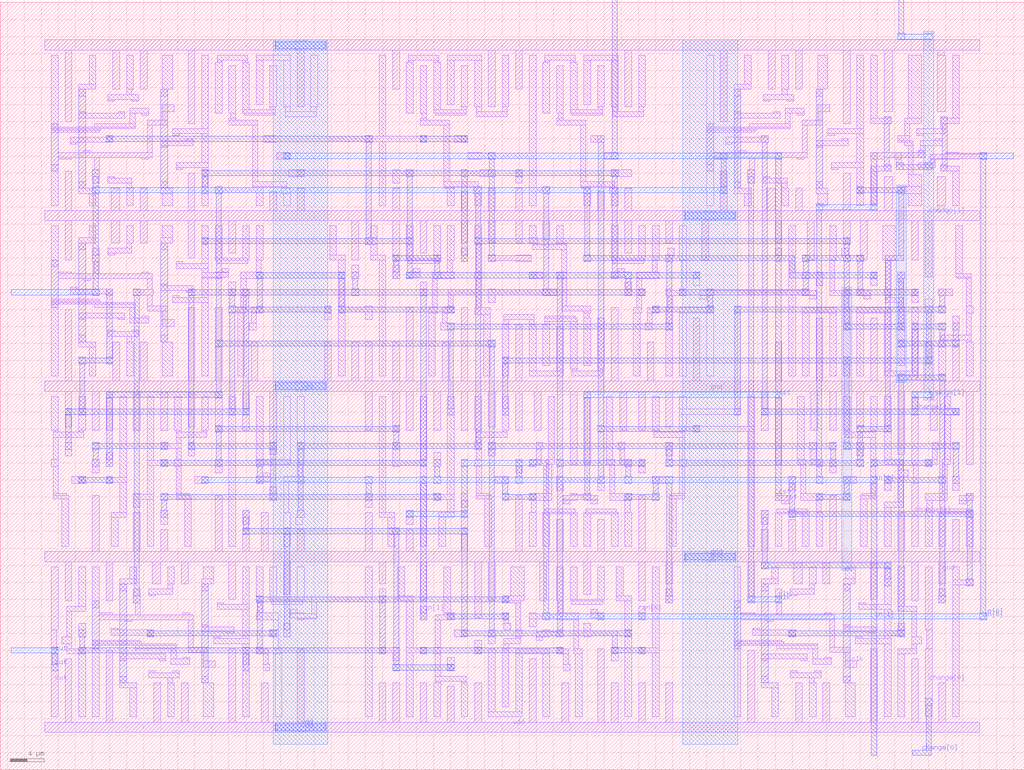
<source format=lef>
VERSION 5.7 ;
  NOWIREEXTENSIONATPIN ON ;
  DIVIDERCHAR "/" ;
  BUSBITCHARS "[]" ;
MACRO vending_machine_18105070
  CLASS BLOCK ;
  FOREIGN vending_machine_18105070 ;
  ORIGIN 4.800 4.000 ;
  SIZE 120.000 BY 90.000 ;
  PIN gnd
    USE GROUND ;
    PORT
      LAYER metal1 ;
        RECT 2.800 61.600 3.600 66.200 ;
        RECT 8.200 61.600 9.200 64.200 ;
        RECT 11.600 61.600 12.400 64.200 ;
        RECT 17.200 61.600 18.000 66.000 ;
        RECT 26.800 61.600 27.600 63.800 ;
        RECT 30.000 61.600 30.800 64.200 ;
        RECT 41.200 61.600 42.000 64.200 ;
        RECT 49.200 61.600 50.000 63.800 ;
        RECT 52.400 61.600 53.200 64.200 ;
        RECT 55.600 61.600 56.400 64.200 ;
        RECT 65.200 61.600 66.000 63.800 ;
        RECT 68.400 61.600 69.200 64.200 ;
        RECT 79.600 61.600 80.400 66.200 ;
        RECT 85.000 61.600 86.000 64.200 ;
        RECT 88.400 61.600 89.200 64.200 ;
        RECT 94.000 61.600 94.800 66.000 ;
        RECT 98.800 61.600 99.800 65.600 ;
        RECT 105.000 62.200 106.000 65.600 ;
        RECT 105.000 61.600 105.800 62.200 ;
        RECT 0.400 60.400 110.000 61.600 ;
        RECT 2.800 55.800 3.600 60.400 ;
        RECT 8.200 57.800 9.200 60.400 ;
        RECT 11.600 57.800 12.400 60.400 ;
        RECT 17.200 56.000 18.000 60.400 ;
        RECT 22.000 56.600 22.800 60.400 ;
        RECT 36.400 55.800 37.200 60.400 ;
        RECT 41.200 55.800 42.000 60.400 ;
        RECT 44.400 56.600 45.200 60.400 ;
        RECT 49.200 57.800 50.000 60.400 ;
        RECT 52.400 57.800 53.200 60.400 ;
        RECT 55.600 57.800 56.400 60.400 ;
        RECT 58.800 58.200 59.600 60.400 ;
        RECT 68.400 56.600 69.200 60.400 ;
        RECT 73.200 57.800 74.000 60.400 ;
        RECT 77.400 55.800 78.200 60.400 ;
        RECT 86.000 57.800 86.800 60.400 ;
        RECT 89.800 55.800 90.600 60.400 ;
        RECT 94.000 57.800 94.800 60.400 ;
        RECT 96.000 55.800 96.800 60.400 ;
        RECT 102.000 55.800 102.800 60.400 ;
        RECT 103.600 53.800 104.400 60.400 ;
        RECT 6.000 21.600 6.800 28.200 ;
        RECT 10.800 21.600 11.600 26.200 ;
        RECT 14.000 21.600 14.800 24.200 ;
        RECT 20.400 21.600 21.200 28.200 ;
        RECT 23.600 21.600 24.400 24.200 ;
        RECT 25.800 21.600 26.600 26.200 ;
        RECT 30.000 21.600 30.800 24.200 ;
        RECT 38.000 21.600 38.800 26.200 ;
        RECT 42.800 21.600 43.600 24.200 ;
        RECT 49.200 21.600 50.000 26.200 ;
        RECT 55.600 21.600 56.400 28.200 ;
        RECT 60.400 21.600 61.200 25.400 ;
        RECT 65.200 21.600 66.000 25.400 ;
        RECT 70.000 21.600 70.800 28.200 ;
        RECT 84.400 21.600 85.200 24.200 ;
        RECT 87.600 21.600 88.400 25.400 ;
        RECT 92.400 21.600 93.200 28.200 ;
        RECT 100.400 21.600 101.200 26.200 ;
        RECT 106.800 21.600 107.600 25.400 ;
        RECT 0.400 20.400 110.000 21.600 ;
        RECT 2.800 15.800 3.600 20.400 ;
        RECT 7.600 15.800 8.400 20.400 ;
        RECT 13.000 17.800 14.000 20.400 ;
        RECT 16.400 17.800 17.200 20.400 ;
        RECT 22.000 16.000 22.800 20.400 ;
        RECT 28.400 16.600 29.200 20.400 ;
        RECT 39.600 17.800 40.400 20.400 ;
        RECT 44.400 15.800 45.200 20.400 ;
        RECT 50.800 13.800 51.600 20.400 ;
        RECT 52.400 15.800 53.200 20.400 ;
        RECT 58.400 15.800 59.200 20.400 ;
        RECT 63.600 16.600 64.400 20.400 ;
        RECT 70.000 15.800 70.800 20.400 ;
        RECT 73.200 17.800 74.000 20.400 ;
        RECT 82.800 15.800 83.600 20.400 ;
        RECT 88.200 17.800 89.200 20.400 ;
        RECT 91.600 17.800 92.400 20.400 ;
        RECT 97.200 16.000 98.000 20.400 ;
        RECT 102.000 15.800 102.800 20.400 ;
        RECT 105.200 17.800 106.000 20.400 ;
      LAYER metal2 ;
        RECT 77.800 61.400 79.000 61.600 ;
        RECT 75.500 60.600 81.300 61.400 ;
        RECT 77.800 60.400 79.000 60.600 ;
        RECT 77.800 21.400 79.000 21.600 ;
        RECT 75.500 20.600 81.300 21.400 ;
        RECT 77.800 20.400 79.000 20.600 ;
      LAYER metal3 ;
        RECT 75.400 60.400 81.400 61.600 ;
        RECT 75.400 20.400 81.400 21.600 ;
      LAYER metal4 ;
        RECT 75.200 -1.000 81.600 81.600 ;
    END
  END gnd
  PIN vdd
    USE POWER ;
    PORT
      LAYER metal1 ;
        RECT 0.400 80.400 110.000 81.600 ;
        RECT 2.800 72.000 3.600 80.400 ;
        RECT 8.400 75.800 9.200 80.400 ;
        RECT 11.600 75.800 12.400 80.400 ;
        RECT 17.200 71.800 18.000 80.400 ;
        RECT 30.000 73.800 30.800 80.400 ;
        RECT 41.200 75.800 42.000 80.400 ;
        RECT 52.400 73.800 53.200 80.400 ;
        RECT 55.600 75.800 56.400 80.400 ;
        RECT 68.400 73.800 69.200 80.400 ;
        RECT 79.600 72.000 80.400 80.400 ;
        RECT 85.200 75.800 86.000 80.400 ;
        RECT 88.400 75.800 89.200 80.400 ;
        RECT 94.000 71.800 94.800 80.400 ;
        RECT 98.800 73.200 99.800 80.400 ;
        RECT 105.000 79.800 105.800 80.400 ;
        RECT 105.000 73.200 106.000 79.800 ;
        RECT 2.800 41.600 3.600 50.000 ;
        RECT 8.400 41.600 9.200 46.200 ;
        RECT 11.600 41.600 12.400 46.200 ;
        RECT 17.200 41.600 18.000 50.200 ;
        RECT 20.400 41.600 21.200 50.200 ;
        RECT 24.600 41.600 25.400 46.200 ;
        RECT 33.200 41.600 34.000 46.200 ;
        RECT 36.400 41.600 37.200 46.200 ;
        RECT 38.000 41.600 38.800 46.200 ;
        RECT 41.200 41.600 42.000 46.200 ;
        RECT 42.800 41.600 43.600 50.200 ;
        RECT 47.000 41.600 47.800 46.200 ;
        RECT 49.200 41.600 50.000 50.200 ;
        RECT 55.600 41.600 56.400 48.200 ;
        RECT 66.800 41.600 67.600 50.200 ;
        RECT 71.000 41.600 71.800 46.200 ;
        RECT 76.400 41.600 77.200 49.000 ;
        RECT 86.000 41.600 86.800 46.200 ;
        RECT 90.800 41.600 91.600 49.000 ;
        RECT 97.200 41.600 98.000 49.000 ;
        RECT 103.600 41.600 104.400 46.200 ;
        RECT 106.800 41.600 107.600 45.800 ;
        RECT 0.400 40.400 110.000 41.600 ;
        RECT 2.800 36.200 3.600 40.400 ;
        RECT 6.000 35.800 6.800 40.400 ;
        RECT 7.600 35.800 8.400 40.400 ;
        RECT 10.800 35.800 11.600 40.400 ;
        RECT 14.000 35.800 14.800 40.400 ;
        RECT 17.200 36.200 18.000 40.400 ;
        RECT 20.400 35.800 21.200 40.400 ;
        RECT 23.600 35.800 24.400 40.400 ;
        RECT 26.800 33.000 27.600 40.400 ;
        RECT 38.000 35.800 38.800 40.400 ;
        RECT 41.200 35.800 42.000 40.400 ;
        RECT 42.800 35.800 43.600 40.400 ;
        RECT 46.000 35.800 46.800 40.400 ;
        RECT 49.200 35.800 50.000 40.400 ;
        RECT 52.400 36.200 53.200 40.400 ;
        RECT 55.600 35.800 56.400 40.400 ;
        RECT 57.800 35.800 58.600 40.400 ;
        RECT 62.000 31.800 62.800 40.400 ;
        RECT 63.600 31.800 64.400 40.400 ;
        RECT 67.800 35.800 68.600 40.400 ;
        RECT 70.000 35.800 70.800 40.400 ;
        RECT 73.200 36.200 74.000 40.400 ;
        RECT 84.400 35.800 85.200 40.400 ;
        RECT 86.000 31.800 86.800 40.400 ;
        RECT 90.200 35.800 91.000 40.400 ;
        RECT 92.400 35.800 93.200 40.400 ;
        RECT 95.600 36.200 96.400 40.400 ;
        RECT 100.400 33.000 101.200 40.400 ;
        RECT 104.200 35.800 105.000 40.400 ;
        RECT 108.400 31.800 109.200 40.400 ;
        RECT 2.800 1.600 3.600 9.000 ;
        RECT 7.600 1.600 8.400 10.000 ;
        RECT 13.200 1.600 14.000 6.200 ;
        RECT 16.400 1.600 17.200 6.200 ;
        RECT 22.000 1.600 22.800 10.200 ;
        RECT 25.800 1.600 26.600 6.200 ;
        RECT 30.000 1.600 30.800 10.200 ;
        RECT 39.600 1.600 40.400 6.200 ;
        RECT 41.200 1.600 42.000 6.200 ;
        RECT 44.400 1.600 45.200 6.200 ;
        RECT 47.600 1.600 48.400 5.800 ;
        RECT 50.800 1.600 51.600 6.200 ;
        RECT 57.200 1.600 58.000 9.000 ;
        RECT 61.000 1.600 61.800 6.200 ;
        RECT 65.200 1.600 66.000 10.200 ;
        RECT 66.800 1.600 67.600 6.200 ;
        RECT 70.000 1.600 70.800 6.200 ;
        RECT 73.200 1.600 74.000 6.200 ;
        RECT 82.800 1.600 83.600 10.000 ;
        RECT 88.400 1.600 89.200 6.200 ;
        RECT 91.600 1.600 92.400 6.200 ;
        RECT 97.200 1.600 98.000 10.200 ;
        RECT 102.000 1.600 102.800 9.000 ;
        RECT 105.200 1.600 106.000 6.200 ;
        RECT 0.400 0.400 110.000 1.600 ;
      LAYER metal2 ;
        RECT 29.800 81.400 31.000 81.600 ;
        RECT 27.500 80.600 33.300 81.400 ;
        RECT 29.800 80.400 31.000 80.600 ;
        RECT 29.800 41.400 31.000 41.600 ;
        RECT 27.500 40.600 33.300 41.400 ;
        RECT 29.800 40.400 31.000 40.600 ;
        RECT 29.800 1.400 31.000 1.600 ;
        RECT 27.500 0.600 33.300 1.400 ;
        RECT 29.800 0.400 31.000 0.600 ;
      LAYER metal3 ;
        RECT 27.400 80.400 33.400 81.600 ;
        RECT 27.400 40.400 33.400 41.600 ;
        RECT 27.400 0.400 33.400 1.600 ;
      LAYER metal4 ;
        RECT 27.200 -1.000 33.600 81.600 ;
    END
  END vdd
  PIN change[1]
    PORT
      LAYER metal1 ;
        RECT 102.000 31.800 102.800 39.800 ;
        RECT 102.200 29.600 102.800 31.800 ;
        RECT 102.000 22.200 102.800 29.600 ;
      LAYER metal2 ;
        RECT 100.500 82.400 101.100 86.300 ;
        RECT 100.400 81.600 101.200 82.400 ;
        RECT 102.000 39.600 102.800 40.400 ;
        RECT 102.100 38.400 102.700 39.600 ;
        RECT 102.000 37.600 102.800 38.400 ;
      LAYER metal3 ;
        RECT 100.400 82.300 101.200 82.400 ;
        RECT 103.600 82.300 104.400 82.400 ;
        RECT 100.400 81.700 104.400 82.300 ;
        RECT 100.400 81.600 101.200 81.700 ;
        RECT 103.600 81.600 104.400 81.700 ;
        RECT 102.000 40.300 102.800 40.400 ;
        RECT 103.600 40.300 104.400 40.400 ;
        RECT 102.000 39.700 104.400 40.300 ;
        RECT 102.000 39.600 102.800 39.700 ;
        RECT 103.600 39.600 104.400 39.700 ;
      LAYER metal4 ;
        RECT 103.400 39.400 104.600 82.600 ;
    END
  END change[1]
  PIN change[0]
    PORT
      LAYER metal1 ;
        RECT 103.600 12.400 104.400 19.800 ;
        RECT 103.800 10.200 104.400 12.400 ;
        RECT 103.600 2.200 104.400 10.200 ;
      LAYER metal2 ;
        RECT 103.600 3.600 104.400 4.400 ;
        RECT 103.700 -1.700 104.300 3.600 ;
        RECT 102.100 -2.300 104.300 -1.700 ;
    END
  END change[0]
  PIN clk
    PORT
      LAYER metal1 ;
        RECT 14.200 73.200 15.600 74.000 ;
        RECT 91.000 73.200 92.400 74.000 ;
        RECT 14.200 72.200 14.800 73.200 ;
        RECT 91.000 72.200 91.600 73.200 ;
        RECT 12.400 71.600 14.800 72.200 ;
        RECT 89.200 71.600 91.600 72.200 ;
        RECT 5.000 68.400 5.800 68.600 ;
        RECT 12.400 68.400 13.000 71.600 ;
        RECT 81.800 68.400 82.600 68.600 ;
        RECT 89.200 68.400 89.800 71.600 ;
        RECT 2.000 67.800 13.000 68.400 ;
        RECT 78.800 67.800 89.800 68.400 ;
        RECT 2.000 67.600 3.600 67.800 ;
        RECT 6.200 66.400 6.800 67.800 ;
        RECT 11.800 67.600 12.600 67.800 ;
        RECT 78.800 67.600 80.400 67.800 ;
        RECT 83.000 66.400 83.600 67.800 ;
        RECT 88.600 67.600 89.400 67.800 ;
        RECT 6.000 64.800 6.800 66.400 ;
        RECT 82.800 64.800 83.600 66.400 ;
        RECT 6.000 55.600 6.800 57.200 ;
        RECT 2.000 54.200 3.600 54.400 ;
        RECT 6.200 54.200 6.800 55.600 ;
        RECT 11.800 54.200 12.600 54.400 ;
        RECT 2.000 53.600 13.000 54.200 ;
        RECT 5.000 53.400 5.800 53.600 ;
        RECT 10.800 52.300 11.600 52.400 ;
        RECT 12.400 52.300 13.000 53.600 ;
        RECT 10.800 51.700 13.100 52.300 ;
        RECT 10.800 51.600 11.600 51.700 ;
        RECT 12.400 50.400 13.000 51.700 ;
        RECT 12.400 49.800 14.800 50.400 ;
        RECT 14.200 48.800 14.800 49.800 ;
        RECT 14.200 48.000 15.600 48.800 ;
        RECT 10.800 15.600 11.600 17.200 ;
        RECT 86.000 15.600 86.800 17.200 ;
        RECT 6.800 14.200 8.400 14.400 ;
        RECT 11.000 14.200 11.600 15.600 ;
        RECT 16.600 14.200 17.400 14.400 ;
        RECT 82.000 14.200 83.600 14.400 ;
        RECT 86.200 14.200 86.800 15.600 ;
        RECT 91.800 14.200 92.600 14.400 ;
        RECT 6.800 13.600 17.800 14.200 ;
        RECT 82.000 13.600 93.000 14.200 ;
        RECT 9.800 13.400 10.600 13.600 ;
        RECT 17.200 10.400 17.800 13.600 ;
        RECT 85.000 13.400 85.800 13.600 ;
        RECT 92.400 10.400 93.000 13.600 ;
        RECT 17.200 9.800 19.600 10.400 ;
        RECT 92.400 9.800 94.800 10.400 ;
        RECT 19.000 8.800 19.600 9.800 ;
        RECT 94.200 8.800 94.800 9.800 ;
        RECT 19.000 8.000 20.400 8.800 ;
        RECT 94.200 8.000 95.600 8.800 ;
      LAYER metal2 ;
        RECT 79.600 67.600 80.400 68.400 ;
        RECT 6.000 65.600 6.800 66.400 ;
        RECT 6.100 64.400 6.700 65.600 ;
        RECT 79.700 64.400 80.300 67.600 ;
        RECT 82.800 65.600 83.600 66.400 ;
        RECT 6.000 63.600 6.800 64.400 ;
        RECT 79.600 63.600 80.400 64.400 ;
        RECT 6.100 56.400 6.700 63.600 ;
        RECT 6.000 55.600 6.800 56.400 ;
        RECT 6.100 52.400 6.700 55.600 ;
        RECT 6.000 51.600 6.800 52.400 ;
        RECT 10.800 51.600 11.600 52.400 ;
        RECT 10.900 16.400 11.500 51.600 ;
        RECT 82.900 16.400 83.500 65.600 ;
        RECT 10.800 15.600 11.600 16.400 ;
        RECT 82.800 15.600 83.600 16.400 ;
        RECT 86.000 15.600 86.800 16.400 ;
      LAYER metal3 ;
        RECT 6.000 64.300 6.800 64.400 ;
        RECT 79.600 64.300 80.400 64.400 ;
        RECT 6.000 63.700 80.400 64.300 ;
        RECT 6.000 63.600 6.800 63.700 ;
        RECT 79.600 63.600 80.400 63.700 ;
        RECT 6.000 52.300 6.800 52.400 ;
        RECT -3.500 51.700 6.800 52.300 ;
        RECT 6.000 51.600 6.800 51.700 ;
        RECT 82.800 16.300 83.600 16.400 ;
        RECT 86.000 16.300 86.800 16.400 ;
        RECT 82.800 15.700 86.800 16.300 ;
        RECT 82.800 15.600 83.600 15.700 ;
        RECT 86.000 15.600 86.800 15.700 ;
    END
  END clk
  PIN in[1]
    PORT
      LAYER metal1 ;
        RECT 97.200 67.600 98.800 68.400 ;
        RECT 67.600 33.600 68.400 34.400 ;
        RECT 90.000 33.600 90.800 34.400 ;
        RECT 46.000 31.600 46.800 33.200 ;
        RECT 67.800 32.400 68.400 33.600 ;
        RECT 90.200 32.400 90.800 33.600 ;
        RECT 55.600 30.800 56.400 32.400 ;
        RECT 67.800 31.800 69.200 32.400 ;
        RECT 90.200 31.800 91.600 32.400 ;
        RECT 68.400 31.600 69.200 31.800 ;
        RECT 90.800 31.600 91.600 31.800 ;
        RECT 18.000 29.600 19.600 30.400 ;
        RECT 38.000 26.800 38.800 28.400 ;
        RECT 73.200 15.600 74.000 17.200 ;
        RECT 44.400 13.600 45.200 15.200 ;
      LAYER metal2 ;
        RECT 97.200 67.600 98.000 68.400 ;
        RECT 97.300 62.400 97.900 67.600 ;
        RECT 90.800 61.600 91.600 62.400 ;
        RECT 97.200 61.600 98.000 62.400 ;
        RECT 90.900 32.400 91.500 61.600 ;
        RECT 46.000 31.600 46.800 32.400 ;
        RECT 55.600 31.600 56.400 32.400 ;
        RECT 68.400 31.600 69.200 32.400 ;
        RECT 90.800 31.600 91.600 32.400 ;
        RECT 46.100 30.400 46.700 31.600 ;
        RECT 55.700 30.400 56.300 31.600 ;
        RECT 68.500 30.400 69.100 31.600 ;
        RECT 90.900 30.400 91.500 31.600 ;
        RECT 18.800 29.600 19.600 30.400 ;
        RECT 38.000 29.600 38.800 30.400 ;
        RECT 44.400 29.600 45.200 30.400 ;
        RECT 46.000 29.600 46.800 30.400 ;
        RECT 55.600 29.600 56.400 30.400 ;
        RECT 68.400 29.600 69.200 30.400 ;
        RECT 73.200 29.600 74.000 30.400 ;
        RECT 90.800 29.600 91.600 30.400 ;
        RECT 97.200 29.600 98.000 30.400 ;
        RECT 38.100 28.400 38.700 29.600 ;
        RECT 38.000 27.600 38.800 28.400 ;
        RECT 44.500 14.400 45.100 29.600 ;
        RECT 73.300 16.400 73.900 29.600 ;
        RECT 73.200 15.600 74.000 16.400 ;
        RECT 44.400 13.600 45.200 14.400 ;
        RECT 97.300 -2.300 97.900 29.600 ;
      LAYER metal3 ;
        RECT 90.800 62.300 91.600 62.400 ;
        RECT 97.200 62.300 98.000 62.400 ;
        RECT 90.800 61.700 98.000 62.300 ;
        RECT 90.800 61.600 91.600 61.700 ;
        RECT 97.200 61.600 98.000 61.700 ;
        RECT 18.800 30.300 19.600 30.400 ;
        RECT 38.000 30.300 38.800 30.400 ;
        RECT 44.400 30.300 45.200 30.400 ;
        RECT 46.000 30.300 46.800 30.400 ;
        RECT 55.600 30.300 56.400 30.400 ;
        RECT 68.400 30.300 69.200 30.400 ;
        RECT 73.200 30.300 74.000 30.400 ;
        RECT 90.800 30.300 91.600 30.400 ;
        RECT 97.200 30.300 98.000 30.400 ;
        RECT 18.800 29.700 98.000 30.300 ;
        RECT 18.800 29.600 19.600 29.700 ;
        RECT 38.000 29.600 38.800 29.700 ;
        RECT 44.400 29.600 45.200 29.700 ;
        RECT 46.000 29.600 46.800 29.700 ;
        RECT 55.600 29.600 56.400 29.700 ;
        RECT 68.400 29.600 69.200 29.700 ;
        RECT 73.200 29.600 74.000 29.700 ;
        RECT 90.800 29.600 91.600 29.700 ;
        RECT 97.200 29.600 98.000 29.700 ;
    END
  END in[1]
  PIN in[0]
    PORT
      LAYER metal1 ;
        RECT 100.000 67.600 100.800 68.400 ;
        RECT 106.000 68.300 107.600 68.400 ;
        RECT 110.000 68.300 110.800 68.400 ;
        RECT 106.000 68.200 110.800 68.300 ;
        RECT 100.200 67.200 100.800 67.600 ;
        RECT 104.200 67.700 110.800 68.200 ;
        RECT 104.200 67.600 107.600 67.700 ;
        RECT 110.000 67.600 110.800 67.700 ;
        RECT 104.200 67.200 104.800 67.600 ;
        RECT 100.200 66.400 101.000 67.200 ;
        RECT 102.800 66.600 104.800 67.200 ;
        RECT 102.800 66.400 104.400 66.600 ;
        RECT 58.000 33.600 58.800 34.400 ;
        RECT 58.000 32.400 58.600 33.600 ;
        RECT 57.200 31.800 58.600 32.400 ;
        RECT 57.200 31.600 58.000 31.800 ;
        RECT 49.200 26.800 50.000 28.400 ;
        RECT 42.800 24.800 43.600 26.400 ;
        RECT 64.400 14.400 65.200 14.800 ;
        RECT 64.400 13.800 66.000 14.400 ;
        RECT 65.200 13.600 66.000 13.800 ;
        RECT 70.000 13.600 70.800 15.200 ;
      LAYER metal2 ;
        RECT 110.000 67.600 110.800 68.400 ;
        RECT 100.200 67.000 101.000 67.200 ;
        RECT 103.600 67.000 104.400 67.200 ;
        RECT 100.200 66.400 104.400 67.000 ;
        RECT 49.200 31.600 50.000 32.400 ;
        RECT 57.200 32.300 58.000 32.400 ;
        RECT 57.200 31.700 59.500 32.300 ;
        RECT 57.200 31.600 58.000 31.700 ;
        RECT 49.300 28.400 49.900 31.600 ;
        RECT 49.200 27.600 50.000 28.400 ;
        RECT 49.300 26.400 49.900 27.600 ;
        RECT 42.800 25.600 43.600 26.400 ;
        RECT 49.200 25.600 50.000 26.400 ;
        RECT 58.900 14.400 59.500 31.700 ;
        RECT 110.100 14.400 110.700 67.600 ;
        RECT 58.800 13.600 59.600 14.400 ;
        RECT 65.200 13.600 66.000 14.400 ;
        RECT 70.000 13.600 70.800 14.400 ;
        RECT 110.000 13.600 110.800 14.400 ;
      LAYER metal3 ;
        RECT 110.000 68.300 110.800 68.400 ;
        RECT 110.000 67.700 113.900 68.300 ;
        RECT 110.000 67.600 110.800 67.700 ;
        RECT 49.200 32.300 50.000 32.400 ;
        RECT 57.200 32.300 58.000 32.400 ;
        RECT 49.200 31.700 58.000 32.300 ;
        RECT 49.200 31.600 50.000 31.700 ;
        RECT 57.200 31.600 58.000 31.700 ;
        RECT 42.800 26.300 43.600 26.400 ;
        RECT 49.200 26.300 50.000 26.400 ;
        RECT 42.800 25.700 50.000 26.300 ;
        RECT 42.800 25.600 43.600 25.700 ;
        RECT 49.200 25.600 50.000 25.700 ;
        RECT 58.800 14.300 59.600 14.400 ;
        RECT 65.200 14.300 66.000 14.400 ;
        RECT 70.000 14.300 70.800 14.400 ;
        RECT 110.000 14.300 110.800 14.400 ;
        RECT 58.800 13.700 110.800 14.300 ;
        RECT 58.800 13.600 59.600 13.700 ;
        RECT 65.200 13.600 66.000 13.700 ;
        RECT 70.000 13.600 70.800 13.700 ;
        RECT 110.000 13.600 110.800 13.700 ;
    END
  END in[0]
  PIN out
    PORT
      LAYER metal1 ;
        RECT 1.200 12.400 2.000 19.800 ;
        RECT 1.200 10.200 1.800 12.400 ;
        RECT 1.200 2.200 2.000 10.200 ;
      LAYER metal2 ;
        RECT 1.200 9.600 2.000 10.400 ;
        RECT 1.300 8.400 1.900 9.600 ;
        RECT 1.200 7.600 2.000 8.400 ;
      LAYER metal3 ;
        RECT 1.200 10.300 2.000 10.400 ;
        RECT -3.500 9.700 2.000 10.300 ;
        RECT 1.200 9.600 2.000 9.700 ;
    END
  END out
  PIN rst
    PORT
      LAYER metal1 ;
        RECT 27.600 67.600 29.200 68.400 ;
        RECT 66.000 67.600 67.600 68.400 ;
        RECT 49.200 66.300 50.000 66.400 ;
        RECT 51.400 66.300 53.200 66.400 ;
        RECT 49.200 65.700 53.200 66.300 ;
        RECT 49.200 65.600 50.000 65.700 ;
        RECT 51.400 65.600 53.200 65.700 ;
        RECT 49.200 55.600 50.000 57.200 ;
        RECT 52.400 56.300 53.200 56.400 ;
        RECT 55.600 56.300 57.400 56.400 ;
        RECT 52.400 55.700 57.400 56.300 ;
        RECT 52.400 55.600 53.200 55.700 ;
        RECT 55.600 55.600 57.400 55.700 ;
        RECT 86.000 55.600 86.800 57.200 ;
        RECT 62.000 28.300 62.800 28.400 ;
        RECT 63.600 28.300 64.400 28.400 ;
        RECT 62.000 28.200 64.400 28.300 ;
        RECT 86.000 28.200 86.800 28.400 ;
        RECT 61.200 27.700 65.200 28.200 ;
        RECT 61.200 27.600 62.800 27.700 ;
        RECT 63.600 27.600 65.200 27.700 ;
        RECT 86.000 27.600 87.600 28.200 ;
        RECT 61.200 27.200 62.000 27.600 ;
        RECT 64.400 27.200 65.200 27.600 ;
        RECT 86.800 27.200 87.600 27.600 ;
      LAYER metal2 ;
        RECT 66.900 68.400 67.500 86.300 ;
        RECT 28.400 67.600 29.200 68.400 ;
        RECT 52.400 67.600 53.200 68.400 ;
        RECT 66.800 67.600 67.600 68.400 ;
        RECT 86.000 67.600 86.800 68.400 ;
        RECT 52.500 66.400 53.100 67.600 ;
        RECT 49.200 65.600 50.000 66.400 ;
        RECT 52.400 65.600 53.200 66.400 ;
        RECT 49.300 56.400 49.900 65.600 ;
        RECT 52.500 56.400 53.100 65.600 ;
        RECT 86.100 56.400 86.700 67.600 ;
        RECT 49.200 55.600 50.000 56.400 ;
        RECT 52.400 55.600 53.200 56.400 ;
        RECT 86.000 55.600 86.800 56.400 ;
        RECT 86.100 40.400 86.700 55.600 ;
        RECT 63.600 39.600 64.400 40.400 ;
        RECT 86.000 39.600 86.800 40.400 ;
        RECT 63.700 28.400 64.300 39.600 ;
        RECT 86.100 28.400 86.700 39.600 ;
        RECT 63.600 27.600 64.400 28.400 ;
        RECT 86.000 27.600 86.800 28.400 ;
      LAYER metal3 ;
        RECT 28.400 68.300 29.200 68.400 ;
        RECT 52.400 68.300 53.200 68.400 ;
        RECT 66.800 68.300 67.600 68.400 ;
        RECT 86.000 68.300 86.800 68.400 ;
        RECT 28.400 67.700 86.800 68.300 ;
        RECT 28.400 67.600 29.200 67.700 ;
        RECT 52.400 67.600 53.200 67.700 ;
        RECT 66.800 67.600 67.600 67.700 ;
        RECT 86.000 67.600 86.800 67.700 ;
        RECT 63.600 40.300 64.400 40.400 ;
        RECT 86.000 40.300 86.800 40.400 ;
        RECT 63.600 39.700 86.800 40.300 ;
        RECT 63.600 39.600 64.400 39.700 ;
        RECT 86.000 39.600 86.800 39.700 ;
    END
  END rst
  OBS
      LAYER metal1 ;
        RECT 1.200 71.400 2.000 79.800 ;
        RECT 5.600 76.400 6.400 79.800 ;
        RECT 4.400 75.800 6.400 76.400 ;
        RECT 10.000 75.800 10.800 79.800 ;
        RECT 14.200 75.800 15.400 79.800 ;
        RECT 4.400 75.000 5.200 75.800 ;
        RECT 10.000 75.200 10.600 75.800 ;
        RECT 7.800 74.600 11.400 75.200 ;
        RECT 14.000 75.000 14.800 75.800 ;
        RECT 7.800 74.400 8.600 74.600 ;
        RECT 10.600 74.400 11.400 74.600 ;
        RECT 4.400 73.000 5.200 73.200 ;
        RECT 9.000 73.000 9.800 73.200 ;
        RECT 4.400 72.400 9.800 73.000 ;
        RECT 10.400 73.000 12.600 73.600 ;
        RECT 10.400 71.800 11.000 73.000 ;
        RECT 11.800 72.800 12.600 73.000 ;
        RECT 6.200 71.400 11.000 71.800 ;
        RECT 1.200 71.200 11.000 71.400 ;
        RECT 18.800 71.200 19.600 79.800 ;
        RECT 20.600 79.200 24.200 79.800 ;
        RECT 20.600 79.000 21.200 79.200 ;
        RECT 20.400 73.000 21.200 79.000 ;
        RECT 23.600 79.000 24.200 79.200 ;
        RECT 25.200 79.200 29.200 79.800 ;
        RECT 22.000 73.000 22.800 78.600 ;
        RECT 23.600 73.400 24.400 79.000 ;
        RECT 25.200 74.000 26.000 79.200 ;
        RECT 26.800 73.800 27.600 78.600 ;
        RECT 28.400 73.800 29.200 79.200 ;
        RECT 26.800 73.400 27.400 73.800 ;
        RECT 23.600 73.000 27.400 73.400 ;
        RECT 22.200 72.400 22.800 73.000 ;
        RECT 23.800 72.800 27.400 73.000 ;
        RECT 28.600 73.200 29.200 73.800 ;
        RECT 31.600 73.800 32.400 79.800 ;
        RECT 31.600 73.200 32.200 73.800 ;
        RECT 28.600 72.600 32.200 73.200 ;
        RECT 22.000 72.200 22.800 72.400 ;
        RECT 22.000 71.600 25.400 72.200 ;
        RECT 1.200 71.000 7.000 71.200 ;
        RECT 1.200 70.800 6.800 71.000 ;
        RECT 15.400 70.600 19.600 71.200 ;
        RECT 15.400 70.400 16.200 70.600 ;
        RECT 7.600 70.200 8.400 70.400 ;
        RECT 3.400 69.600 8.400 70.200 ;
        RECT 17.000 69.800 17.800 70.000 ;
        RECT 3.400 69.400 4.200 69.600 ;
        RECT 14.000 69.200 17.800 69.800 ;
        RECT 14.000 69.000 14.800 69.200 ;
        RECT 18.800 67.200 19.600 70.600 ;
        RECT 1.200 62.200 2.000 67.000 ;
        RECT 15.800 66.600 19.600 67.200 ;
        RECT 15.800 66.400 16.600 66.600 ;
        RECT 7.800 65.400 8.600 65.600 ;
        RECT 4.400 64.200 5.200 65.000 ;
        RECT 7.800 64.800 10.600 65.400 ;
        RECT 10.000 64.200 10.600 64.800 ;
        RECT 14.000 64.200 14.800 65.000 ;
        RECT 4.400 63.600 6.400 64.200 ;
        RECT 5.600 62.200 6.400 63.600 ;
        RECT 10.000 62.200 10.800 64.200 ;
        RECT 14.000 63.600 15.400 64.200 ;
        RECT 14.200 62.200 15.400 63.600 ;
        RECT 18.800 62.200 19.600 66.600 ;
        RECT 24.800 65.000 25.400 71.600 ;
        RECT 26.000 70.300 27.600 70.400 ;
        RECT 39.600 70.300 40.400 79.800 ;
        RECT 43.000 79.200 46.600 79.800 ;
        RECT 43.000 79.000 43.600 79.200 ;
        RECT 42.800 73.000 43.600 79.000 ;
        RECT 46.000 79.000 46.600 79.200 ;
        RECT 47.600 79.200 51.600 79.800 ;
        RECT 44.400 73.000 45.200 78.600 ;
        RECT 46.000 73.400 46.800 79.000 ;
        RECT 47.600 74.000 48.400 79.200 ;
        RECT 49.200 73.800 50.000 78.600 ;
        RECT 50.800 73.800 51.600 79.200 ;
        RECT 49.200 73.400 49.800 73.800 ;
        RECT 46.000 73.000 49.800 73.400 ;
        RECT 44.600 72.400 45.200 73.000 ;
        RECT 46.200 72.800 49.800 73.000 ;
        RECT 51.000 73.200 51.600 73.800 ;
        RECT 54.000 73.800 54.800 79.800 ;
        RECT 54.000 73.200 54.600 73.800 ;
        RECT 51.000 72.600 54.600 73.200 ;
        RECT 44.400 72.200 45.200 72.400 ;
        RECT 44.400 71.600 47.800 72.200 ;
        RECT 44.400 70.300 45.200 70.400 ;
        RECT 26.000 69.700 45.200 70.300 ;
        RECT 26.000 69.600 27.600 69.700 ;
        RECT 29.000 65.600 30.800 66.400 ;
        RECT 24.800 64.400 28.800 65.000 ;
        RECT 20.400 64.300 21.200 64.400 ;
        RECT 24.800 64.300 26.000 64.400 ;
        RECT 20.400 63.700 26.000 64.300 ;
        RECT 20.400 63.600 21.200 63.700 ;
        RECT 25.200 62.200 26.000 63.700 ;
        RECT 28.200 64.200 28.800 64.400 ;
        RECT 28.200 63.600 29.200 64.200 ;
        RECT 28.400 62.200 29.200 63.600 ;
        RECT 39.600 62.200 40.400 69.700 ;
        RECT 44.400 69.600 45.200 69.700 ;
        RECT 41.200 66.300 42.000 66.400 ;
        RECT 42.800 66.300 43.600 66.400 ;
        RECT 41.200 65.700 43.600 66.300 ;
        RECT 41.200 64.800 42.000 65.700 ;
        RECT 42.800 65.600 43.600 65.700 ;
        RECT 47.200 65.000 47.800 71.600 ;
        RECT 48.400 69.600 50.000 70.400 ;
        RECT 50.000 68.300 51.600 68.400 ;
        RECT 57.200 68.300 58.000 79.800 ;
        RECT 59.000 79.200 62.600 79.800 ;
        RECT 59.000 79.000 59.600 79.200 ;
        RECT 58.800 73.000 59.600 79.000 ;
        RECT 62.000 79.000 62.600 79.200 ;
        RECT 63.600 79.200 67.600 79.800 ;
        RECT 60.400 73.000 61.200 78.600 ;
        RECT 62.000 73.400 62.800 79.000 ;
        RECT 63.600 74.000 64.400 79.200 ;
        RECT 65.200 73.800 66.000 78.600 ;
        RECT 66.800 73.800 67.600 79.200 ;
        RECT 65.200 73.400 65.800 73.800 ;
        RECT 62.000 73.000 65.800 73.400 ;
        RECT 60.600 72.400 61.200 73.000 ;
        RECT 62.200 72.800 65.800 73.000 ;
        RECT 67.000 73.200 67.600 73.800 ;
        RECT 70.000 73.800 70.800 79.800 ;
        RECT 70.000 73.200 70.600 73.800 ;
        RECT 67.000 72.600 70.600 73.200 ;
        RECT 60.400 72.200 61.200 72.400 ;
        RECT 60.400 71.600 63.800 72.200 ;
        RECT 50.000 67.700 58.000 68.300 ;
        RECT 50.000 67.600 51.600 67.700 ;
        RECT 47.200 64.400 51.200 65.000 ;
        RECT 55.600 64.800 56.400 66.400 ;
        RECT 47.200 64.200 48.400 64.400 ;
        RECT 47.600 62.200 48.400 64.200 ;
        RECT 50.600 63.600 51.600 64.400 ;
        RECT 50.800 62.200 51.600 63.600 ;
        RECT 57.200 64.300 58.000 67.700 ;
        RECT 63.200 65.000 63.800 71.600 ;
        RECT 78.000 71.400 78.800 79.800 ;
        RECT 82.400 76.400 83.200 79.800 ;
        RECT 81.200 75.800 83.200 76.400 ;
        RECT 86.800 75.800 87.600 79.800 ;
        RECT 91.000 75.800 92.200 79.800 ;
        RECT 81.200 75.000 82.000 75.800 ;
        RECT 86.800 75.200 87.400 75.800 ;
        RECT 84.600 74.600 88.200 75.200 ;
        RECT 90.800 75.000 91.600 75.800 ;
        RECT 84.600 74.400 85.400 74.600 ;
        RECT 87.400 74.400 88.200 74.600 ;
        RECT 81.200 73.000 82.000 73.200 ;
        RECT 85.800 73.000 86.600 73.200 ;
        RECT 81.200 72.400 86.600 73.000 ;
        RECT 87.200 73.000 89.400 73.600 ;
        RECT 87.200 71.800 87.800 73.000 ;
        RECT 88.600 72.800 89.400 73.000 ;
        RECT 83.000 71.400 87.800 71.800 ;
        RECT 78.000 71.200 87.800 71.400 ;
        RECT 95.600 71.200 96.400 79.800 ;
        RECT 97.200 72.400 98.000 79.800 ;
        RECT 98.800 72.400 99.600 72.600 ;
        RECT 101.600 72.400 103.200 79.800 ;
        RECT 97.200 71.800 99.600 72.400 ;
        RECT 101.200 71.800 103.200 72.400 ;
        RECT 105.400 72.400 106.200 72.600 ;
        RECT 106.800 72.400 107.600 79.800 ;
        RECT 105.400 71.800 107.600 72.400 ;
        RECT 78.000 71.000 83.800 71.200 ;
        RECT 78.000 70.800 83.600 71.000 ;
        RECT 92.200 70.600 96.400 71.200 ;
        RECT 92.200 70.400 93.000 70.600 ;
        RECT 64.400 69.600 66.000 70.400 ;
        RECT 84.400 70.200 85.200 70.400 ;
        RECT 80.200 69.600 85.200 70.200 ;
        RECT 93.800 69.800 94.600 70.000 ;
        RECT 80.200 69.400 81.000 69.600 ;
        RECT 90.800 69.200 94.600 69.800 ;
        RECT 90.800 69.000 91.600 69.200 ;
        RECT 95.600 67.200 96.400 70.600 ;
        RECT 101.200 70.400 101.800 71.800 ;
        RECT 105.400 71.200 106.000 71.800 ;
        RECT 102.600 70.600 106.000 71.200 ;
        RECT 102.600 70.400 103.400 70.600 ;
        RECT 100.400 69.800 101.800 70.400 ;
        RECT 104.800 69.800 105.600 70.000 ;
        RECT 100.400 69.600 102.200 69.800 ;
        RECT 101.200 69.200 102.200 69.600 ;
        RECT 66.800 65.600 69.200 66.400 ;
        RECT 63.200 64.400 67.200 65.000 ;
        RECT 58.800 64.300 59.600 64.400 ;
        RECT 57.200 63.700 59.600 64.300 ;
        RECT 63.200 64.200 64.400 64.400 ;
        RECT 57.200 62.200 58.000 63.700 ;
        RECT 58.800 63.600 59.600 63.700 ;
        RECT 63.600 62.200 64.400 64.200 ;
        RECT 66.600 64.200 67.200 64.400 ;
        RECT 66.600 63.600 67.600 64.200 ;
        RECT 66.800 62.200 67.600 63.600 ;
        RECT 78.000 62.200 78.800 67.000 ;
        RECT 92.600 66.600 96.400 67.200 ;
        RECT 98.800 66.800 99.600 67.000 ;
        RECT 92.600 66.400 93.400 66.600 ;
        RECT 84.600 65.400 85.400 65.600 ;
        RECT 81.200 64.200 82.000 65.000 ;
        RECT 84.600 64.800 87.400 65.400 ;
        RECT 86.800 64.200 87.400 64.800 ;
        RECT 90.800 64.200 91.600 65.000 ;
        RECT 81.200 63.600 83.200 64.200 ;
        RECT 82.400 62.200 83.200 63.600 ;
        RECT 86.800 62.200 87.600 64.200 ;
        RECT 90.800 63.600 92.200 64.200 ;
        RECT 91.000 62.200 92.200 63.600 ;
        RECT 95.600 62.200 96.400 66.600 ;
        RECT 97.200 66.200 99.600 66.800 ;
        RECT 97.200 62.200 98.000 66.200 ;
        RECT 101.600 65.800 102.200 69.200 ;
        RECT 103.000 69.200 105.600 69.800 ;
        RECT 103.000 68.600 103.600 69.200 ;
        RECT 102.800 67.800 103.600 68.600 ;
        RECT 105.400 66.800 106.200 67.000 ;
        RECT 105.400 66.200 107.600 66.800 ;
        RECT 101.600 64.400 103.200 65.800 ;
        RECT 100.400 63.600 103.200 64.400 ;
        RECT 101.600 62.200 103.200 63.600 ;
        RECT 106.800 62.200 107.600 66.200 ;
        RECT 1.200 55.000 2.000 59.800 ;
        RECT 5.600 58.400 6.400 59.800 ;
        RECT 4.400 57.800 6.400 58.400 ;
        RECT 10.000 57.800 10.800 59.800 ;
        RECT 14.200 58.400 15.400 59.800 ;
        RECT 14.000 57.800 15.400 58.400 ;
        RECT 4.400 57.000 5.200 57.800 ;
        RECT 10.000 57.200 10.600 57.800 ;
        RECT 7.800 56.600 10.600 57.200 ;
        RECT 14.000 57.000 14.800 57.800 ;
        RECT 7.800 56.400 8.600 56.600 ;
        RECT 15.800 55.400 16.600 55.600 ;
        RECT 18.800 55.400 19.600 59.800 ;
        RECT 20.400 56.000 21.200 59.800 ;
        RECT 23.600 56.000 24.400 59.800 ;
        RECT 20.400 55.800 24.400 56.000 ;
        RECT 25.200 55.800 26.000 59.800 ;
        RECT 33.800 56.400 34.600 59.800 ;
        RECT 38.600 58.400 39.400 59.800 ;
        RECT 38.000 57.600 39.400 58.400 ;
        RECT 38.600 56.400 39.400 57.600 ;
        RECT 33.800 55.800 35.600 56.400 ;
        RECT 38.600 55.800 40.400 56.400 ;
        RECT 42.800 56.000 43.600 59.800 ;
        RECT 46.000 56.000 46.800 59.800 ;
        RECT 42.800 55.800 46.800 56.000 ;
        RECT 47.600 55.800 48.400 59.800 ;
        RECT 50.800 57.800 51.600 59.800 ;
        RECT 57.200 58.400 58.000 59.800 ;
        RECT 57.200 57.800 58.200 58.400 ;
        RECT 20.600 55.400 24.200 55.800 ;
        RECT 15.800 54.800 19.600 55.400 ;
        RECT 18.800 54.300 19.600 54.800 ;
        RECT 21.200 54.400 22.000 54.800 ;
        RECT 25.200 54.400 25.800 55.800 ;
        RECT 20.400 54.300 22.000 54.400 ;
        RECT 18.800 53.800 22.000 54.300 ;
        RECT 18.800 53.700 21.200 53.800 ;
        RECT 14.000 52.800 14.800 53.000 ;
        RECT 3.400 52.400 4.200 52.600 ;
        RECT 3.400 51.800 8.400 52.400 ;
        RECT 14.000 52.200 17.800 52.800 ;
        RECT 17.000 52.000 17.800 52.200 ;
        RECT 7.600 51.600 8.400 51.800 ;
        RECT 15.400 51.400 16.200 51.600 ;
        RECT 18.800 51.400 19.600 53.700 ;
        RECT 20.400 53.600 21.200 53.700 ;
        RECT 23.400 53.600 26.000 54.400 ;
        RECT 22.000 51.600 22.800 53.200 ;
        RECT 23.400 52.400 24.000 53.600 ;
        RECT 23.400 51.600 24.400 52.400 ;
        RECT 1.200 51.000 6.800 51.200 ;
        RECT 1.200 50.800 7.000 51.000 ;
        RECT 15.400 50.800 19.600 51.400 ;
        RECT 1.200 50.600 11.000 50.800 ;
        RECT 1.200 42.200 2.000 50.600 ;
        RECT 6.200 50.200 11.000 50.600 ;
        RECT 4.400 49.000 9.800 49.600 ;
        RECT 4.400 48.800 5.200 49.000 ;
        RECT 9.000 48.800 9.800 49.000 ;
        RECT 10.400 49.000 11.000 50.200 ;
        RECT 11.800 49.000 12.600 49.200 ;
        RECT 10.400 48.400 12.600 49.000 ;
        RECT 7.800 47.400 8.600 47.600 ;
        RECT 10.600 47.400 11.400 47.600 ;
        RECT 4.400 46.200 5.200 47.000 ;
        RECT 7.800 46.800 11.400 47.400 ;
        RECT 10.000 46.200 10.600 46.800 ;
        RECT 14.000 46.200 14.800 47.000 ;
        RECT 4.400 45.600 6.400 46.200 ;
        RECT 5.600 42.200 6.400 45.600 ;
        RECT 10.000 42.200 10.800 46.200 ;
        RECT 14.200 42.200 15.400 46.200 ;
        RECT 18.800 42.200 19.600 50.800 ;
        RECT 23.400 50.200 24.000 51.600 ;
        RECT 25.200 50.200 26.000 50.400 ;
        RECT 23.000 49.600 24.000 50.200 ;
        RECT 24.600 49.600 26.000 50.200 ;
        RECT 23.000 42.200 23.800 49.600 ;
        RECT 24.600 48.400 25.200 49.600 ;
        RECT 33.200 48.800 34.000 50.400 ;
        RECT 34.800 50.300 35.600 55.800 ;
        RECT 36.400 53.600 37.200 55.200 ;
        RECT 38.000 50.300 38.800 50.400 ;
        RECT 34.800 49.700 38.800 50.300 ;
        RECT 24.400 47.600 25.200 48.400 ;
        RECT 34.800 42.200 35.600 49.700 ;
        RECT 38.000 48.800 38.800 49.700 ;
        RECT 39.600 42.200 40.400 55.800 ;
        RECT 43.000 55.400 46.600 55.800 ;
        RECT 41.200 53.600 42.000 55.200 ;
        RECT 43.600 54.400 44.400 54.800 ;
        RECT 47.600 54.400 48.200 55.800 ;
        RECT 51.000 54.400 51.600 57.800 ;
        RECT 57.600 57.600 58.200 57.800 ;
        RECT 60.400 57.800 61.200 59.800 ;
        RECT 60.400 57.600 61.600 57.800 ;
        RECT 57.600 57.000 61.600 57.600 ;
        RECT 61.000 54.400 61.600 57.000 ;
        RECT 66.800 56.000 67.600 59.800 ;
        RECT 70.000 56.000 70.800 59.800 ;
        RECT 66.800 55.800 70.800 56.000 ;
        RECT 71.600 55.800 72.400 59.800 ;
        RECT 73.400 56.400 74.200 57.200 ;
        RECT 67.000 55.400 70.600 55.800 ;
        RECT 67.600 54.400 68.400 54.800 ;
        RECT 71.600 54.400 72.200 55.800 ;
        RECT 73.200 55.600 74.000 56.400 ;
        RECT 74.800 55.800 75.600 59.800 ;
        RECT 42.800 53.800 44.400 54.400 ;
        RECT 42.800 53.600 43.600 53.800 ;
        RECT 45.800 53.600 48.400 54.400 ;
        RECT 50.800 53.600 51.600 54.400 ;
        RECT 57.200 53.600 58.800 54.400 ;
        RECT 60.400 53.600 61.600 54.400 ;
        RECT 66.800 53.800 68.400 54.400 ;
        RECT 66.800 53.600 67.600 53.800 ;
        RECT 69.800 53.600 72.400 54.400 ;
        RECT 44.400 51.600 45.200 53.200 ;
        RECT 45.800 50.200 46.400 53.600 ;
        RECT 51.000 52.300 51.600 53.600 ;
        RECT 47.700 51.700 51.600 52.300 ;
        RECT 47.700 50.400 48.300 51.700 ;
        RECT 47.600 50.200 48.400 50.400 ;
        RECT 51.000 50.200 51.600 51.700 ;
        RECT 52.400 52.300 53.200 52.400 ;
        RECT 58.800 52.300 60.400 52.400 ;
        RECT 52.400 51.700 60.400 52.300 ;
        RECT 52.400 50.800 53.200 51.700 ;
        RECT 58.800 51.600 60.400 51.700 ;
        RECT 61.000 50.400 61.600 53.600 ;
        RECT 68.400 51.600 69.200 53.200 ;
        RECT 69.800 52.400 70.400 53.600 ;
        RECT 75.000 52.400 75.600 55.800 ;
        RECT 76.400 52.800 77.200 54.400 ;
        RECT 69.800 51.600 70.800 52.400 ;
        RECT 73.200 52.200 74.000 52.400 ;
        RECT 74.800 52.200 75.600 52.400 ;
        RECT 78.000 52.300 78.800 52.400 ;
        RECT 87.600 52.300 88.400 59.800 ;
        RECT 92.400 55.800 93.200 59.800 ;
        RECT 93.800 56.400 94.600 57.200 ;
        RECT 89.200 54.300 90.000 54.400 ;
        RECT 90.800 54.300 91.600 54.400 ;
        RECT 89.200 53.700 91.600 54.300 ;
        RECT 89.200 53.600 90.000 53.700 ;
        RECT 90.800 52.800 91.600 53.700 ;
        RECT 89.200 52.300 90.000 52.400 ;
        RECT 78.000 52.200 90.000 52.300 ;
        RECT 92.400 52.200 93.000 55.800 ;
        RECT 94.000 55.600 94.800 56.400 ;
        RECT 98.600 55.800 100.200 59.800 ;
        RECT 97.200 52.800 98.000 54.400 ;
        RECT 99.000 52.400 99.600 55.800 ;
        RECT 100.400 53.600 101.200 54.400 ;
        RECT 107.200 54.200 108.000 59.800 ;
        RECT 107.200 53.800 109.000 54.200 ;
        RECT 107.400 53.600 109.000 53.800 ;
        RECT 100.400 53.200 101.000 53.600 ;
        RECT 100.200 52.400 101.000 53.200 ;
        RECT 94.000 52.200 94.800 52.400 ;
        RECT 73.200 51.600 75.600 52.200 ;
        RECT 77.200 51.700 90.800 52.200 ;
        RECT 77.200 51.600 78.800 51.700 ;
        RECT 45.400 49.600 46.400 50.200 ;
        RECT 47.000 49.600 48.400 50.200 ;
        RECT 45.400 42.200 46.200 49.600 ;
        RECT 47.000 48.400 47.600 49.600 ;
        RECT 50.800 49.400 52.600 50.200 ;
        RECT 61.000 49.800 64.400 50.400 ;
        RECT 69.800 50.200 70.400 51.600 ;
        RECT 71.600 50.200 72.400 50.400 ;
        RECT 73.400 50.200 74.000 51.600 ;
        RECT 77.200 51.200 78.000 51.600 ;
        RECT 63.600 49.600 64.400 49.800 ;
        RECT 69.400 49.600 70.400 50.200 ;
        RECT 71.000 49.600 72.400 50.200 ;
        RECT 46.800 47.600 47.600 48.400 ;
        RECT 51.800 42.200 52.600 49.400 ;
        RECT 54.200 48.800 57.800 49.400 ;
        RECT 54.200 48.200 54.800 48.800 ;
        RECT 54.000 42.200 54.800 48.200 ;
        RECT 57.200 48.200 57.800 48.800 ;
        RECT 59.000 49.000 62.600 49.200 ;
        RECT 63.600 49.000 64.200 49.600 ;
        RECT 59.000 48.600 62.800 49.000 ;
        RECT 59.000 48.200 59.600 48.600 ;
        RECT 57.200 42.800 58.000 48.200 ;
        RECT 58.800 43.400 59.600 48.200 ;
        RECT 60.400 42.800 61.200 48.000 ;
        RECT 62.000 43.000 62.800 48.600 ;
        RECT 63.600 43.400 64.400 49.000 ;
        RECT 57.200 42.200 61.200 42.800 ;
        RECT 62.200 42.800 62.800 43.000 ;
        RECT 65.200 43.000 66.000 49.000 ;
        RECT 65.200 42.800 65.800 43.000 ;
        RECT 62.200 42.200 65.800 42.800 ;
        RECT 69.400 42.200 70.200 49.600 ;
        RECT 71.000 48.400 71.600 49.600 ;
        RECT 70.800 47.600 71.600 48.400 ;
        RECT 73.200 42.200 74.000 50.200 ;
        RECT 74.800 49.600 78.800 50.200 ;
        RECT 74.800 42.200 75.600 49.600 ;
        RECT 78.000 42.200 78.800 49.600 ;
        RECT 87.600 42.200 88.400 51.700 ;
        RECT 89.200 51.600 90.800 51.700 ;
        RECT 92.400 51.600 94.800 52.200 ;
        RECT 95.600 52.200 96.400 52.400 ;
        RECT 95.600 51.600 97.200 52.200 ;
        RECT 98.800 51.600 99.600 52.400 ;
        RECT 90.000 51.200 90.800 51.600 ;
        RECT 94.000 50.200 94.600 51.600 ;
        RECT 96.400 51.200 97.200 51.600 ;
        RECT 99.000 51.400 99.600 51.600 ;
        RECT 99.000 50.800 101.000 51.400 ;
        RECT 102.000 50.800 102.800 52.400 ;
        RECT 105.200 51.600 106.800 52.400 ;
        RECT 100.400 50.200 101.000 50.800 ;
        RECT 89.200 49.600 93.200 50.200 ;
        RECT 89.200 42.200 90.000 49.600 ;
        RECT 92.400 42.200 93.200 49.600 ;
        RECT 94.000 42.200 94.800 50.200 ;
        RECT 95.600 49.600 99.600 50.200 ;
        RECT 95.600 42.200 96.400 49.600 ;
        RECT 98.800 42.800 99.600 49.600 ;
        RECT 100.400 43.400 101.200 50.200 ;
        RECT 102.000 42.800 102.800 50.200 ;
        RECT 103.600 49.600 104.400 51.200 ;
        RECT 108.400 50.400 109.000 53.600 ;
        RECT 108.400 49.600 109.200 50.400 ;
        RECT 106.800 47.600 107.600 49.200 ;
        RECT 108.400 47.000 109.000 49.600 ;
        RECT 105.400 46.400 109.000 47.000 ;
        RECT 98.800 42.200 102.800 42.800 ;
        RECT 105.200 42.200 106.000 46.400 ;
        RECT 108.400 46.200 109.000 46.400 ;
        RECT 108.400 42.200 109.200 46.200 ;
        RECT 1.200 35.800 2.000 39.800 ;
        RECT 1.400 35.600 2.000 35.800 ;
        RECT 4.400 35.800 5.200 39.800 ;
        RECT 4.400 35.600 5.000 35.800 ;
        RECT 1.400 35.000 5.000 35.600 ;
        RECT 1.400 32.400 2.000 35.000 ;
        RECT 2.800 32.800 3.600 34.400 ;
        RECT 1.200 31.600 2.000 32.400 ;
        RECT 1.400 28.400 2.000 31.600 ;
        RECT 6.000 30.800 6.800 32.400 ;
        RECT 7.600 31.600 8.400 33.200 ;
        RECT 3.600 29.600 5.200 30.400 ;
        RECT 7.600 30.300 8.400 30.400 ;
        RECT 9.200 30.300 10.000 39.800 ;
        RECT 7.600 29.700 10.000 30.300 ;
        RECT 7.600 29.600 8.400 29.700 ;
        RECT 1.400 28.200 3.000 28.400 ;
        RECT 1.400 27.800 3.200 28.200 ;
        RECT 2.400 22.200 3.200 27.800 ;
        RECT 9.200 26.200 10.000 29.700 ;
        RECT 12.400 32.300 13.200 39.800 ;
        RECT 15.600 35.800 16.400 39.800 ;
        RECT 15.800 35.600 16.400 35.800 ;
        RECT 18.800 35.800 19.600 39.800 ;
        RECT 18.800 35.600 19.400 35.800 ;
        RECT 15.800 35.000 19.400 35.600 ;
        RECT 14.000 34.300 14.800 34.400 ;
        RECT 15.800 34.300 16.400 35.000 ;
        RECT 14.000 33.700 16.400 34.300 ;
        RECT 14.000 33.600 14.800 33.700 ;
        RECT 15.800 32.400 16.400 33.700 ;
        RECT 17.200 32.800 18.000 34.400 ;
        RECT 14.000 32.300 14.800 32.400 ;
        RECT 12.400 31.700 14.800 32.300 ;
        RECT 10.800 28.300 11.600 28.400 ;
        RECT 12.400 28.300 13.200 31.700 ;
        RECT 14.000 31.600 14.800 31.700 ;
        RECT 15.600 31.600 16.400 32.400 ;
        RECT 10.800 27.700 13.200 28.300 ;
        RECT 15.800 28.400 16.400 31.600 ;
        RECT 20.400 30.800 21.200 32.400 ;
        RECT 15.800 28.200 17.400 28.400 ;
        RECT 15.800 27.800 17.600 28.200 ;
        RECT 10.800 26.800 11.600 27.700 ;
        RECT 8.200 25.600 10.000 26.200 ;
        RECT 8.200 22.200 9.000 25.600 ;
        RECT 12.400 22.200 13.200 27.700 ;
        RECT 14.000 24.800 14.800 26.400 ;
        RECT 16.800 22.200 17.600 27.800 ;
        RECT 22.000 22.200 22.800 39.800 ;
        RECT 25.200 32.400 26.000 39.800 ;
        RECT 28.400 32.400 29.200 39.800 ;
        RECT 25.200 31.800 29.200 32.400 ;
        RECT 30.000 31.800 30.800 39.800 ;
        RECT 26.000 30.400 26.800 30.800 ;
        RECT 30.000 30.400 30.600 31.800 ;
        RECT 25.200 29.800 26.800 30.400 ;
        RECT 28.400 29.800 30.800 30.400 ;
        RECT 25.200 29.600 26.000 29.800 ;
        RECT 26.800 27.600 27.600 29.200 ;
        RECT 23.600 24.800 24.400 26.400 ;
        RECT 28.400 26.200 29.000 29.800 ;
        RECT 30.000 29.600 30.800 29.800 ;
        RECT 28.400 22.200 29.200 26.200 ;
        RECT 30.000 25.600 30.800 26.400 ;
        RECT 39.600 26.200 40.400 39.800 ;
        RECT 41.200 32.300 42.000 34.400 ;
        RECT 44.400 32.300 45.200 39.800 ;
        RECT 41.200 31.700 45.200 32.300 ;
        RECT 41.200 31.600 42.000 31.700 ;
        RECT 39.600 25.600 41.400 26.200 ;
        RECT 29.800 24.800 30.600 25.600 ;
        RECT 40.600 24.400 41.400 25.600 ;
        RECT 40.600 23.600 42.000 24.400 ;
        RECT 40.600 22.200 41.400 23.600 ;
        RECT 44.400 22.200 45.200 31.700 ;
        RECT 46.000 28.300 46.800 28.400 ;
        RECT 47.600 28.300 48.400 39.800 ;
        RECT 50.800 35.800 51.600 39.800 ;
        RECT 51.000 35.600 51.600 35.800 ;
        RECT 54.000 35.800 54.800 39.800 ;
        RECT 54.000 35.600 54.600 35.800 ;
        RECT 51.000 35.000 54.600 35.600 ;
        RECT 51.000 32.400 51.600 35.000 ;
        RECT 52.400 32.800 53.200 34.400 ;
        RECT 59.400 32.400 60.200 39.800 ;
        RECT 50.800 31.600 51.600 32.400 ;
        RECT 46.000 27.700 48.400 28.300 ;
        RECT 51.000 28.400 51.600 31.600 ;
        RECT 59.200 31.800 60.200 32.400 ;
        RECT 66.200 32.400 67.000 39.800 ;
        RECT 71.600 35.800 72.400 39.800 ;
        RECT 71.800 35.600 72.400 35.800 ;
        RECT 74.800 38.300 75.600 39.800 ;
        RECT 81.200 38.300 82.000 38.400 ;
        RECT 74.800 37.700 82.000 38.300 ;
        RECT 74.800 35.800 75.600 37.700 ;
        RECT 81.200 37.600 82.000 37.700 ;
        RECT 76.400 36.300 77.200 36.400 ;
        RECT 82.800 36.300 83.600 39.800 ;
        RECT 74.800 35.600 75.400 35.800 ;
        RECT 76.400 35.700 83.600 36.300 ;
        RECT 76.400 35.600 77.200 35.700 ;
        RECT 71.800 35.000 75.400 35.600 ;
        RECT 73.200 32.800 74.000 34.400 ;
        RECT 74.800 32.400 75.400 35.000 ;
        RECT 66.200 31.800 67.200 32.400 ;
        RECT 53.200 29.600 54.800 30.400 ;
        RECT 59.200 28.400 59.800 31.800 ;
        RECT 60.400 30.300 61.200 30.400 ;
        RECT 65.200 30.300 66.000 30.400 ;
        RECT 60.400 29.700 66.000 30.300 ;
        RECT 60.400 28.800 61.200 29.700 ;
        RECT 65.200 28.800 66.000 29.700 ;
        RECT 51.000 28.200 52.600 28.400 ;
        RECT 51.000 27.800 52.800 28.200 ;
        RECT 46.000 27.600 46.800 27.700 ;
        RECT 47.600 26.200 48.400 27.700 ;
        RECT 46.600 25.600 48.400 26.200 ;
        RECT 46.600 22.200 47.400 25.600 ;
        RECT 52.000 22.200 52.800 27.800 ;
        RECT 57.200 27.600 59.800 28.400 ;
        RECT 66.600 28.400 67.200 31.800 ;
        RECT 70.000 30.800 70.800 32.400 ;
        RECT 74.800 31.600 75.600 32.400 ;
        RECT 71.600 29.600 73.200 30.400 ;
        RECT 74.800 28.400 75.400 31.600 ;
        RECT 66.600 27.600 69.200 28.400 ;
        RECT 73.800 28.200 75.400 28.400 ;
        RECT 73.600 27.800 75.400 28.200 ;
        RECT 57.400 26.200 58.000 27.600 ;
        RECT 59.000 26.200 62.600 26.600 ;
        RECT 63.800 26.200 67.400 26.600 ;
        RECT 68.400 26.200 69.000 27.600 ;
        RECT 57.200 22.200 58.000 26.200 ;
        RECT 58.800 26.000 62.800 26.200 ;
        RECT 58.800 22.200 59.600 26.000 ;
        RECT 62.000 22.200 62.800 26.000 ;
        RECT 63.600 26.000 67.600 26.200 ;
        RECT 63.600 22.200 64.400 26.000 ;
        RECT 66.800 22.200 67.600 26.000 ;
        RECT 68.400 22.200 69.200 26.200 ;
        RECT 73.600 22.200 74.400 27.800 ;
        RECT 82.800 22.200 83.600 35.700 ;
        RECT 88.600 32.400 89.400 39.800 ;
        RECT 94.000 35.800 94.800 39.800 ;
        RECT 94.200 35.600 94.800 35.800 ;
        RECT 97.200 35.800 98.000 39.800 ;
        RECT 97.200 35.600 97.800 35.800 ;
        RECT 94.200 35.000 97.800 35.600 ;
        RECT 95.600 32.800 96.400 34.400 ;
        RECT 97.200 32.400 97.800 35.000 ;
        RECT 98.800 32.400 99.600 39.800 ;
        RECT 105.800 38.400 106.600 39.800 ;
        RECT 105.800 37.600 107.600 38.400 ;
        RECT 104.400 33.600 105.200 34.400 ;
        RECT 104.400 32.400 105.000 33.600 ;
        RECT 105.800 32.400 106.600 37.600 ;
        RECT 88.600 31.800 89.600 32.400 ;
        RECT 87.600 28.800 88.400 30.400 ;
        RECT 89.000 28.400 89.600 31.800 ;
        RECT 92.400 30.800 93.200 32.400 ;
        RECT 97.200 31.600 98.000 32.400 ;
        RECT 98.800 31.800 101.000 32.400 ;
        RECT 94.000 29.600 95.600 30.400 ;
        RECT 97.200 28.400 97.800 31.600 ;
        RECT 100.400 31.200 101.000 31.800 ;
        RECT 103.600 31.800 105.000 32.400 ;
        RECT 105.600 31.800 106.600 32.400 ;
        RECT 103.600 31.600 104.400 31.800 ;
        RECT 100.400 30.400 101.600 31.200 ;
        RECT 98.800 28.800 99.600 30.400 ;
        RECT 89.000 27.600 91.600 28.400 ;
        RECT 96.200 28.200 97.800 28.400 ;
        RECT 96.000 27.800 97.800 28.200 ;
        RECT 84.400 24.800 85.200 26.400 ;
        RECT 86.200 26.200 89.800 26.600 ;
        RECT 90.800 26.200 91.400 27.600 ;
        RECT 86.000 26.000 90.000 26.200 ;
        RECT 86.000 22.200 86.800 26.000 ;
        RECT 89.200 22.200 90.000 26.000 ;
        RECT 90.800 22.200 91.600 26.200 ;
        RECT 96.000 22.200 96.800 27.800 ;
        RECT 100.400 27.400 101.000 30.400 ;
        RECT 105.600 28.400 106.200 31.800 ;
        RECT 106.800 28.800 107.600 30.400 ;
        RECT 103.600 27.600 106.200 28.400 ;
        RECT 108.400 28.200 109.200 28.400 ;
        RECT 107.600 27.600 109.200 28.200 ;
        RECT 98.800 26.800 101.000 27.400 ;
        RECT 98.800 22.200 99.600 26.800 ;
        RECT 103.800 26.200 104.400 27.600 ;
        RECT 107.600 27.200 108.400 27.600 ;
        RECT 105.400 26.200 109.000 26.600 ;
        RECT 103.600 22.200 104.400 26.200 ;
        RECT 105.200 26.000 109.200 26.200 ;
        RECT 105.200 22.200 106.000 26.000 ;
        RECT 108.400 22.200 109.200 26.000 ;
        RECT 4.400 15.200 5.200 19.800 ;
        RECT 3.000 14.600 5.200 15.200 ;
        RECT 6.000 15.000 6.800 19.800 ;
        RECT 10.400 18.400 11.200 19.800 ;
        RECT 9.200 17.800 11.200 18.400 ;
        RECT 14.800 17.800 15.600 19.800 ;
        RECT 19.000 18.400 20.200 19.800 ;
        RECT 18.800 17.800 20.200 18.400 ;
        RECT 9.200 17.000 10.000 17.800 ;
        RECT 14.800 17.200 15.400 17.800 ;
        RECT 12.600 16.600 15.400 17.200 ;
        RECT 18.800 17.000 19.600 17.800 ;
        RECT 12.600 16.400 13.400 16.600 ;
        RECT 20.600 15.400 21.400 15.600 ;
        RECT 23.600 15.400 24.400 19.800 ;
        RECT 25.200 15.800 26.000 19.800 ;
        RECT 26.800 16.000 27.600 19.800 ;
        RECT 30.000 16.000 30.800 19.800 ;
        RECT 38.000 16.300 38.800 19.800 ;
        RECT 26.800 15.800 30.800 16.000 ;
        RECT 20.600 14.800 24.400 15.400 ;
        RECT 3.000 11.600 3.600 14.600 ;
        RECT 4.400 11.600 5.200 13.200 ;
        RECT 18.800 12.800 19.600 13.000 ;
        RECT 8.200 12.400 9.000 12.600 ;
        RECT 8.200 11.800 13.200 12.400 ;
        RECT 18.800 12.200 22.600 12.800 ;
        RECT 21.800 12.000 22.600 12.200 ;
        RECT 12.400 11.600 13.200 11.800 ;
        RECT 2.400 10.800 3.600 11.600 ;
        RECT 20.200 11.400 21.000 11.600 ;
        RECT 23.600 11.400 24.400 14.800 ;
        RECT 25.400 14.400 26.000 15.800 ;
        RECT 27.000 15.400 30.600 15.800 ;
        RECT 31.700 15.700 38.800 16.300 ;
        RECT 29.200 14.400 30.000 14.800 ;
        RECT 25.200 13.600 27.800 14.400 ;
        RECT 29.200 14.300 30.800 14.400 ;
        RECT 31.700 14.300 32.300 15.700 ;
        RECT 29.200 13.800 32.300 14.300 ;
        RECT 30.000 13.700 32.300 13.800 ;
        RECT 30.000 13.600 30.800 13.700 ;
        RECT 27.200 12.400 27.800 13.600 ;
        RECT 26.800 11.600 27.800 12.400 ;
        RECT 28.400 11.600 29.200 13.200 ;
        RECT 3.000 10.200 3.600 10.800 ;
        RECT 6.000 11.000 11.600 11.200 ;
        RECT 6.000 10.800 11.800 11.000 ;
        RECT 20.200 10.800 24.400 11.400 ;
        RECT 6.000 10.600 15.800 10.800 ;
        RECT 3.000 9.600 5.200 10.200 ;
        RECT 4.400 2.200 5.200 9.600 ;
        RECT 6.000 2.200 6.800 10.600 ;
        RECT 11.000 10.200 15.800 10.600 ;
        RECT 9.200 9.000 14.600 9.600 ;
        RECT 9.200 8.800 10.000 9.000 ;
        RECT 13.800 8.800 14.600 9.000 ;
        RECT 15.200 9.000 15.800 10.200 ;
        RECT 16.600 9.000 17.400 9.200 ;
        RECT 15.200 8.400 17.400 9.000 ;
        RECT 12.600 7.400 13.400 7.600 ;
        RECT 15.400 7.400 16.200 7.600 ;
        RECT 9.200 6.200 10.000 7.000 ;
        RECT 12.600 6.800 16.200 7.400 ;
        RECT 14.800 6.200 15.400 6.800 ;
        RECT 18.800 6.200 19.600 7.000 ;
        RECT 9.200 5.600 11.200 6.200 ;
        RECT 10.400 2.200 11.200 5.600 ;
        RECT 14.800 2.200 15.600 6.200 ;
        RECT 19.000 2.200 20.200 6.200 ;
        RECT 23.600 2.200 24.400 10.800 ;
        RECT 25.200 10.200 26.000 10.400 ;
        RECT 27.200 10.200 27.800 11.600 ;
        RECT 25.200 9.600 26.600 10.200 ;
        RECT 27.200 9.600 28.200 10.200 ;
        RECT 26.000 8.400 26.600 9.600 ;
        RECT 26.000 7.600 26.800 8.400 ;
        RECT 27.400 2.200 28.200 9.600 ;
        RECT 38.000 2.200 38.800 15.700 ;
        RECT 39.600 15.600 40.400 17.200 ;
        RECT 41.800 16.400 42.600 19.800 ;
        RECT 41.800 15.800 43.600 16.400 ;
        RECT 39.600 10.300 40.400 10.400 ;
        RECT 41.200 10.300 42.000 10.400 ;
        RECT 39.600 9.700 42.000 10.300 ;
        RECT 39.600 9.600 40.400 9.700 ;
        RECT 41.200 8.800 42.000 9.700 ;
        RECT 42.800 10.300 43.600 15.800 ;
        RECT 47.200 14.400 48.000 19.800 ;
        RECT 55.000 16.400 56.600 19.800 ;
        RECT 54.000 15.800 56.600 16.400 ;
        RECT 60.400 15.800 61.200 19.800 ;
        RECT 62.000 16.000 62.800 19.800 ;
        RECT 65.200 16.000 66.000 19.800 ;
        RECT 62.000 15.800 66.000 16.000 ;
        RECT 67.400 16.400 68.200 19.800 ;
        RECT 67.400 15.800 69.200 16.400 ;
        RECT 54.000 15.600 56.200 15.800 ;
        RECT 47.200 14.200 48.400 14.400 ;
        RECT 46.200 13.600 48.400 14.200 ;
        RECT 54.000 13.600 54.800 14.400 ;
        RECT 46.200 10.400 46.800 13.600 ;
        RECT 54.200 13.200 54.800 13.600 ;
        RECT 54.200 12.400 55.000 13.200 ;
        RECT 55.600 12.400 56.200 15.600 ;
        RECT 60.600 14.400 61.200 15.800 ;
        RECT 62.200 15.400 65.800 15.800 ;
        RECT 57.200 14.300 58.000 14.400 ;
        RECT 60.400 14.300 63.000 14.400 ;
        RECT 57.200 13.700 63.000 14.300 ;
        RECT 57.200 12.800 58.000 13.700 ;
        RECT 60.400 13.600 63.000 13.700 ;
        RECT 48.400 11.600 50.000 12.400 ;
        RECT 44.400 10.300 45.200 10.400 ;
        RECT 42.800 9.700 45.200 10.300 ;
        RECT 42.800 2.200 43.600 9.700 ;
        RECT 44.400 9.600 45.200 9.700 ;
        RECT 46.000 9.600 46.800 10.400 ;
        RECT 50.800 9.600 51.600 11.200 ;
        RECT 52.400 10.800 53.200 12.400 ;
        RECT 55.600 11.600 56.400 12.400 ;
        RECT 58.800 12.300 59.600 12.400 ;
        RECT 60.400 12.300 61.200 12.400 ;
        RECT 58.800 12.200 61.200 12.300 ;
        RECT 58.000 11.700 61.200 12.200 ;
        RECT 58.000 11.600 59.600 11.700 ;
        RECT 60.400 11.600 61.200 11.700 ;
        RECT 55.600 11.400 56.200 11.600 ;
        RECT 54.200 10.800 56.200 11.400 ;
        RECT 58.000 11.200 58.800 11.600 ;
        RECT 54.200 10.200 54.800 10.800 ;
        RECT 60.400 10.200 61.200 10.400 ;
        RECT 62.400 10.200 63.000 13.600 ;
        RECT 63.600 12.300 64.400 13.200 ;
        RECT 63.600 11.700 67.500 12.300 ;
        RECT 63.600 11.600 64.400 11.700 ;
        RECT 66.900 10.400 67.500 11.700 ;
        RECT 46.200 7.000 46.800 9.600 ;
        RECT 47.600 7.600 48.400 9.200 ;
        RECT 46.200 6.400 49.800 7.000 ;
        RECT 46.200 6.200 46.800 6.400 ;
        RECT 46.000 2.200 46.800 6.200 ;
        RECT 49.200 6.200 49.800 6.400 ;
        RECT 49.200 2.200 50.000 6.200 ;
        RECT 52.400 2.800 53.200 10.200 ;
        RECT 54.000 3.400 54.800 10.200 ;
        RECT 55.600 9.600 59.600 10.200 ;
        RECT 60.400 9.600 61.800 10.200 ;
        RECT 62.400 9.600 63.400 10.200 ;
        RECT 55.600 2.800 56.400 9.600 ;
        RECT 52.400 2.200 56.400 2.800 ;
        RECT 58.800 2.200 59.600 9.600 ;
        RECT 61.200 8.400 61.800 9.600 ;
        RECT 61.200 7.600 62.000 8.400 ;
        RECT 62.600 2.200 63.400 9.600 ;
        RECT 66.800 8.800 67.600 10.400 ;
        RECT 68.400 2.200 69.200 15.800 ;
        RECT 70.000 10.300 70.800 10.400 ;
        RECT 71.600 10.300 72.400 19.800 ;
        RECT 81.200 15.000 82.000 19.800 ;
        RECT 85.600 18.400 86.400 19.800 ;
        RECT 84.400 17.800 86.400 18.400 ;
        RECT 90.000 17.800 90.800 19.800 ;
        RECT 94.200 18.400 95.400 19.800 ;
        RECT 94.000 17.800 95.400 18.400 ;
        RECT 84.400 17.000 85.200 17.800 ;
        RECT 90.000 17.200 90.600 17.800 ;
        RECT 87.800 16.600 90.600 17.200 ;
        RECT 94.000 17.000 94.800 17.800 ;
        RECT 87.800 16.400 88.600 16.600 ;
        RECT 95.800 15.400 96.600 15.600 ;
        RECT 98.800 15.400 99.600 19.800 ;
        RECT 95.800 14.800 99.600 15.400 ;
        RECT 94.000 12.800 94.800 13.000 ;
        RECT 83.400 12.400 84.200 12.600 ;
        RECT 83.400 11.800 88.400 12.400 ;
        RECT 94.000 12.200 97.800 12.800 ;
        RECT 97.000 12.000 97.800 12.200 ;
        RECT 98.800 12.300 99.600 14.800 ;
        RECT 100.400 15.200 101.200 19.800 ;
        RECT 106.800 18.300 107.600 19.800 ;
        RECT 108.400 18.300 109.200 18.400 ;
        RECT 106.800 17.700 109.200 18.300 ;
        RECT 105.200 15.600 106.000 17.200 ;
        RECT 100.400 14.600 102.600 15.200 ;
        RECT 100.400 12.300 101.200 13.200 ;
        RECT 87.600 11.600 88.400 11.800 ;
        RECT 98.800 11.700 101.200 12.300 ;
        RECT 95.400 11.400 96.200 11.600 ;
        RECT 98.800 11.400 99.600 11.700 ;
        RECT 100.400 11.600 101.200 11.700 ;
        RECT 102.000 11.600 102.600 14.600 ;
        RECT 70.000 9.700 72.400 10.300 ;
        RECT 70.000 9.600 70.800 9.700 ;
        RECT 71.600 2.200 72.400 9.700 ;
        RECT 81.200 11.000 86.800 11.200 ;
        RECT 81.200 10.800 87.000 11.000 ;
        RECT 95.400 10.800 99.600 11.400 ;
        RECT 81.200 10.600 91.000 10.800 ;
        RECT 81.200 2.200 82.000 10.600 ;
        RECT 86.200 10.200 91.000 10.600 ;
        RECT 84.400 9.000 89.800 9.600 ;
        RECT 84.400 8.800 85.200 9.000 ;
        RECT 89.000 8.800 89.800 9.000 ;
        RECT 90.400 9.000 91.000 10.200 ;
        RECT 91.800 9.000 92.600 9.200 ;
        RECT 90.400 8.400 92.600 9.000 ;
        RECT 87.800 7.400 88.600 7.600 ;
        RECT 90.600 7.400 91.400 7.600 ;
        RECT 84.400 6.200 85.200 7.000 ;
        RECT 87.800 6.800 91.400 7.400 ;
        RECT 90.000 6.200 90.600 6.800 ;
        RECT 94.000 6.200 94.800 7.000 ;
        RECT 84.400 5.600 86.400 6.200 ;
        RECT 85.600 2.200 86.400 5.600 ;
        RECT 90.000 2.200 90.800 6.200 ;
        RECT 94.200 2.200 95.400 6.200 ;
        RECT 98.800 2.200 99.600 10.800 ;
        RECT 102.000 10.800 103.200 11.600 ;
        RECT 102.000 10.200 102.600 10.800 ;
        RECT 100.400 9.600 102.600 10.200 ;
        RECT 100.400 2.200 101.200 9.600 ;
        RECT 106.800 2.200 107.600 17.700 ;
        RECT 108.400 17.600 109.200 17.700 ;
      LAYER metal2 ;
        RECT 1.200 66.200 2.000 71.800 ;
        RECT 4.400 64.200 5.200 75.800 ;
        RECT 7.600 69.600 8.400 70.400 ;
        RECT 14.000 64.200 14.800 75.800 ;
        RECT 38.000 69.600 38.800 70.400 ;
        RECT 44.400 69.600 45.200 70.400 ;
        RECT 49.200 69.600 50.000 70.400 ;
        RECT 65.200 69.600 66.000 70.400 ;
        RECT 18.800 65.600 19.600 66.400 ;
        RECT 30.000 65.600 30.800 66.400 ;
        RECT 18.900 64.400 19.500 65.600 ;
        RECT 18.800 63.600 19.600 64.400 ;
        RECT 20.400 63.600 21.200 64.400 ;
        RECT 1.200 50.200 2.000 55.800 ;
        RECT 4.400 46.200 5.200 57.800 ;
        RECT 7.600 51.600 8.400 52.400 ;
        RECT 7.700 44.400 8.300 51.600 ;
        RECT 14.000 46.200 14.800 57.800 ;
        RECT 18.800 57.600 19.600 58.400 ;
        RECT 17.200 51.600 18.000 52.400 ;
        RECT 4.400 43.600 5.200 44.400 ;
        RECT 7.600 43.600 8.400 44.400 ;
        RECT 4.500 38.400 5.100 43.600 ;
        RECT 7.600 39.600 8.400 40.400 ;
        RECT 2.800 37.600 3.600 38.400 ;
        RECT 4.400 37.600 5.200 38.400 ;
        RECT 2.900 34.400 3.500 37.600 ;
        RECT 2.800 33.600 3.600 34.400 ;
        RECT 6.000 33.600 6.800 34.400 ;
        RECT 6.100 32.400 6.700 33.600 ;
        RECT 7.700 32.400 8.300 39.600 ;
        RECT 17.300 34.400 17.900 51.600 ;
        RECT 20.500 46.400 21.100 63.600 ;
        RECT 38.100 58.400 38.700 69.600 ;
        RECT 42.800 65.600 43.600 66.400 ;
        RECT 55.600 65.600 56.400 66.400 ;
        RECT 42.900 58.400 43.500 65.600 ;
        RECT 50.800 63.600 51.600 64.400 ;
        RECT 58.800 63.600 59.600 64.400 ;
        RECT 63.600 63.600 64.400 64.400 ;
        RECT 50.900 58.400 51.500 63.600 ;
        RECT 38.000 57.600 38.800 58.400 ;
        RECT 42.800 57.600 43.600 58.400 ;
        RECT 50.800 57.600 51.600 58.400 ;
        RECT 41.200 55.600 42.000 56.400 ;
        RECT 41.300 54.400 41.900 55.600 ;
        RECT 42.900 54.400 43.500 57.600 ;
        RECT 46.000 55.600 46.800 56.400 ;
        RECT 46.100 54.400 46.700 55.600 ;
        RECT 25.200 53.600 26.000 54.400 ;
        RECT 34.800 53.600 35.600 54.400 ;
        RECT 36.400 53.600 37.200 54.400 ;
        RECT 41.200 53.600 42.000 54.400 ;
        RECT 42.800 53.600 43.600 54.400 ;
        RECT 46.000 53.600 46.800 54.400 ;
        RECT 22.000 51.600 22.800 52.400 ;
        RECT 23.600 51.600 24.400 52.400 ;
        RECT 22.100 50.400 22.700 51.600 ;
        RECT 22.000 49.600 22.800 50.400 ;
        RECT 20.400 45.600 21.200 46.400 ;
        RECT 20.500 40.400 21.100 45.600 ;
        RECT 20.400 39.600 21.200 40.400 ;
        RECT 22.100 38.400 22.700 49.600 ;
        RECT 23.700 38.400 24.300 51.600 ;
        RECT 25.300 50.400 25.900 53.600 ;
        RECT 34.900 50.400 35.500 53.600 ;
        RECT 36.500 52.400 37.100 53.600 ;
        RECT 36.400 51.600 37.200 52.400 ;
        RECT 44.400 51.600 45.200 52.400 ;
        RECT 25.200 49.600 26.000 50.400 ;
        RECT 33.200 49.600 34.000 50.400 ;
        RECT 34.800 49.600 35.600 50.400 ;
        RECT 22.000 37.600 22.800 38.400 ;
        RECT 23.600 37.600 24.400 38.400 ;
        RECT 20.400 35.600 21.200 36.400 ;
        RECT 41.200 35.600 42.000 36.400 ;
        RECT 14.000 33.600 14.800 34.400 ;
        RECT 17.200 33.600 18.000 34.400 ;
        RECT 20.500 32.400 21.100 35.600 ;
        RECT 41.300 34.400 41.900 35.600 ;
        RECT 26.800 33.600 27.600 34.400 ;
        RECT 30.000 33.600 30.800 34.400 ;
        RECT 41.200 33.600 42.000 34.400 ;
        RECT 6.000 31.600 6.800 32.400 ;
        RECT 7.600 31.600 8.400 32.400 ;
        RECT 14.000 31.600 14.800 32.400 ;
        RECT 20.400 31.600 21.200 32.400 ;
        RECT 25.200 31.600 26.000 32.400 ;
        RECT 25.300 30.400 25.900 31.600 ;
        RECT 4.400 29.600 5.200 30.400 ;
        RECT 7.600 29.600 8.400 30.400 ;
        RECT 25.200 29.600 26.000 30.400 ;
        RECT 26.900 28.400 27.500 33.600 ;
        RECT 14.000 27.600 14.800 28.400 ;
        RECT 26.800 27.600 27.600 28.400 ;
        RECT 14.100 26.400 14.700 27.600 ;
        RECT 30.100 26.400 30.700 33.600 ;
        RECT 44.500 32.400 45.100 51.600 ;
        RECT 47.600 49.600 48.400 50.400 ;
        RECT 47.600 47.600 48.400 48.400 ;
        RECT 47.700 38.400 48.300 47.600 ;
        RECT 47.600 37.600 48.400 38.400 ;
        RECT 50.900 34.400 51.500 57.600 ;
        RECT 57.200 53.600 58.000 54.400 ;
        RECT 58.900 52.400 59.500 63.600 ;
        RECT 63.700 56.400 64.300 63.600 ;
        RECT 63.600 55.600 64.400 56.400 ;
        RECT 60.400 53.600 61.200 54.400 ;
        RECT 58.800 51.600 59.600 52.400 ;
        RECT 52.400 45.600 53.200 46.400 ;
        RECT 52.500 34.400 53.100 45.600 ;
        RECT 54.000 43.600 54.800 44.400 ;
        RECT 54.100 38.400 54.700 43.600 ;
        RECT 54.000 37.600 54.800 38.400 ;
        RECT 50.800 33.600 51.600 34.400 ;
        RECT 52.400 33.600 53.200 34.400 ;
        RECT 44.400 31.600 45.200 32.400 ;
        RECT 46.000 27.600 46.800 28.400 ;
        RECT 14.000 25.600 14.800 26.400 ;
        RECT 23.600 25.600 24.400 26.400 ;
        RECT 30.000 25.600 30.800 26.400 ;
        RECT 23.700 24.400 24.300 25.600 ;
        RECT 23.600 23.600 24.400 24.400 ;
        RECT 28.400 23.600 29.200 24.400 ;
        RECT 41.200 23.600 42.000 24.400 ;
        RECT 49.200 23.600 50.000 24.400 ;
        RECT 4.400 11.600 5.200 12.400 ;
        RECT 4.500 10.400 5.100 11.600 ;
        RECT 4.400 9.600 5.200 10.400 ;
        RECT 6.000 10.200 6.800 15.800 ;
        RECT 9.200 6.200 10.000 17.800 ;
        RECT 12.400 11.600 13.200 12.400 ;
        RECT 18.800 6.200 19.600 17.800 ;
        RECT 25.200 15.600 26.000 16.400 ;
        RECT 25.300 10.400 25.900 15.600 ;
        RECT 28.500 12.400 29.100 23.600 ;
        RECT 39.600 15.600 40.400 16.400 ;
        RECT 26.800 11.600 27.600 12.400 ;
        RECT 28.400 11.600 29.200 12.400 ;
        RECT 39.700 10.400 40.300 15.600 ;
        RECT 23.600 9.600 24.400 10.400 ;
        RECT 25.200 9.600 26.000 10.400 ;
        RECT 39.600 9.600 40.400 10.400 ;
        RECT 23.700 8.400 24.300 9.600 ;
        RECT 41.300 8.400 41.900 23.600 ;
        RECT 47.600 13.600 48.400 14.400 ;
        RECT 49.300 12.400 49.900 23.600 ;
        RECT 52.500 12.400 53.100 33.600 ;
        RECT 60.500 32.400 61.100 53.600 ;
        RECT 65.300 36.400 65.900 69.600 ;
        RECT 66.800 65.600 67.600 66.400 ;
        RECT 78.000 66.200 78.800 71.800 ;
        RECT 66.900 54.400 67.500 65.600 ;
        RECT 81.200 64.200 82.000 75.800 ;
        RECT 84.400 69.600 85.200 70.400 ;
        RECT 73.200 55.600 74.000 56.400 ;
        RECT 66.800 53.600 67.600 54.400 ;
        RECT 68.400 53.600 69.200 54.400 ;
        RECT 68.500 52.400 69.100 53.600 ;
        RECT 68.400 51.600 69.200 52.400 ;
        RECT 70.000 51.600 70.800 52.400 ;
        RECT 71.600 49.600 72.400 50.400 ;
        RECT 73.300 48.400 73.900 55.600 ;
        RECT 76.400 53.600 77.200 54.400 ;
        RECT 74.800 51.600 75.600 52.400 ;
        RECT 78.000 51.600 78.800 52.400 ;
        RECT 78.100 50.400 78.700 51.600 ;
        RECT 78.000 49.600 78.800 50.400 ;
        RECT 81.200 49.600 82.000 50.400 ;
        RECT 73.200 47.600 74.000 48.400 ;
        RECT 81.300 38.400 81.900 49.600 ;
        RECT 84.500 38.400 85.100 69.600 ;
        RECT 90.800 64.200 91.600 75.800 ;
        RECT 98.800 71.800 99.600 72.600 ;
        RECT 105.400 71.800 106.200 72.600 ;
        RECT 98.800 68.400 99.400 71.800 ;
        RECT 102.800 68.400 103.600 68.600 ;
        RECT 98.800 67.800 103.600 68.400 ;
        RECT 98.800 67.000 99.400 67.800 ;
        RECT 105.600 67.000 106.200 71.800 ;
        RECT 98.800 66.200 99.600 67.000 ;
        RECT 105.400 66.200 106.200 67.000 ;
        RECT 95.600 63.600 96.400 64.400 ;
        RECT 100.400 63.600 101.200 64.400 ;
        RECT 94.000 57.600 94.800 58.400 ;
        RECT 94.100 56.400 94.700 57.600 ;
        RECT 89.200 55.600 90.000 56.400 ;
        RECT 94.000 55.600 94.800 56.400 ;
        RECT 95.600 55.600 96.400 56.400 ;
        RECT 100.500 56.300 101.100 63.600 ;
        RECT 98.900 55.700 101.100 56.300 ;
        RECT 89.300 54.400 89.900 55.600 ;
        RECT 89.200 53.600 90.000 54.400 ;
        RECT 89.300 52.400 89.900 53.600 ;
        RECT 89.200 51.600 90.000 52.400 ;
        RECT 94.100 48.400 94.700 55.600 ;
        RECT 95.700 52.400 96.300 55.600 ;
        RECT 97.200 53.600 98.000 54.400 ;
        RECT 95.600 51.600 96.400 52.400 ;
        RECT 94.000 47.600 94.800 48.400 ;
        RECT 94.000 43.600 94.800 44.400 ;
        RECT 81.200 37.600 82.000 38.400 ;
        RECT 84.400 37.600 85.200 38.400 ;
        RECT 65.200 35.600 66.000 36.400 ;
        RECT 76.400 35.600 77.200 36.400 ;
        RECT 60.400 31.600 61.200 32.400 ;
        RECT 54.000 29.600 54.800 30.400 ;
        RECT 54.100 28.400 54.700 29.600 ;
        RECT 54.000 27.600 54.800 28.400 ;
        RECT 57.200 27.600 58.000 28.400 ;
        RECT 54.000 15.600 54.800 16.400 ;
        RECT 54.000 13.600 54.800 14.400 ;
        RECT 60.500 12.400 61.100 31.600 ;
        RECT 65.300 30.400 65.900 35.600 ;
        RECT 94.100 34.400 94.700 43.600 ;
        RECT 98.900 36.400 99.500 55.700 ;
        RECT 100.400 53.600 101.200 54.400 ;
        RECT 100.500 48.400 101.100 53.600 ;
        RECT 102.000 51.600 102.800 52.400 ;
        RECT 105.200 51.600 106.000 52.400 ;
        RECT 105.300 50.400 105.900 51.600 ;
        RECT 103.600 49.600 104.400 50.400 ;
        RECT 105.200 49.600 106.000 50.400 ;
        RECT 100.400 47.600 101.200 48.400 ;
        RECT 102.000 47.600 102.800 48.400 ;
        RECT 100.400 45.600 101.200 46.400 ;
        RECT 102.100 42.300 102.700 47.600 ;
        RECT 103.700 44.400 104.300 49.600 ;
        RECT 105.200 47.600 106.000 48.400 ;
        RECT 106.800 47.600 107.600 48.400 ;
        RECT 105.300 46.400 105.900 47.600 ;
        RECT 106.900 46.400 107.500 47.600 ;
        RECT 105.200 45.600 106.000 46.400 ;
        RECT 106.800 45.600 107.600 46.400 ;
        RECT 103.600 43.600 104.400 44.400 ;
        RECT 100.500 41.700 102.700 42.300 ;
        RECT 95.600 35.600 96.400 36.400 ;
        RECT 98.800 35.600 99.600 36.400 ;
        RECT 95.700 34.400 96.300 35.600 ;
        RECT 73.200 33.600 74.000 34.400 ;
        RECT 92.400 33.600 93.200 34.400 ;
        RECT 94.000 33.600 94.800 34.400 ;
        RECT 95.600 33.600 96.400 34.400 ;
        RECT 73.300 32.400 73.900 33.600 ;
        RECT 92.500 32.400 93.100 33.600 ;
        RECT 95.700 32.400 96.300 33.600 ;
        RECT 70.000 31.600 70.800 32.400 ;
        RECT 73.200 31.600 74.000 32.400 ;
        RECT 92.400 31.600 93.200 32.400 ;
        RECT 95.600 31.600 96.400 32.400 ;
        RECT 97.200 31.600 98.000 32.400 ;
        RECT 65.200 29.600 66.000 30.400 ;
        RECT 71.600 29.600 72.400 30.400 ;
        RECT 87.600 29.600 88.400 30.400 ;
        RECT 94.000 29.600 94.800 30.400 ;
        RECT 98.800 29.600 99.600 30.400 ;
        RECT 71.700 28.400 72.300 29.600 ;
        RECT 68.400 27.600 69.200 28.400 ;
        RECT 71.600 27.600 72.400 28.400 ;
        RECT 87.700 26.400 88.300 29.600 ;
        RECT 94.100 28.400 94.700 29.600 ;
        RECT 90.800 27.600 91.600 28.400 ;
        RECT 94.000 27.600 94.800 28.400 ;
        RECT 84.400 25.600 85.200 26.400 ;
        RECT 87.600 25.600 88.400 26.400 ;
        RECT 84.500 20.400 85.100 25.600 ;
        RECT 84.400 19.600 85.200 20.400 ;
        RECT 98.800 19.600 99.600 20.400 ;
        RECT 98.900 18.400 99.500 19.600 ;
        RECT 49.200 11.600 50.000 12.400 ;
        RECT 52.400 11.600 53.200 12.400 ;
        RECT 60.400 11.600 61.200 12.400 ;
        RECT 68.400 11.600 69.200 12.400 ;
        RECT 44.400 9.600 45.200 10.400 ;
        RECT 50.800 9.600 51.600 10.400 ;
        RECT 60.400 9.600 61.200 10.400 ;
        RECT 66.800 9.600 67.600 10.400 ;
        RECT 70.000 9.600 70.800 10.400 ;
        RECT 81.200 10.200 82.000 15.800 ;
        RECT 23.600 7.600 24.400 8.400 ;
        RECT 41.200 7.600 42.000 8.400 ;
        RECT 47.600 7.600 48.400 8.400 ;
        RECT 84.400 6.200 85.200 17.800 ;
        RECT 87.600 11.600 88.400 12.400 ;
        RECT 94.000 6.200 94.800 17.800 ;
        RECT 98.800 17.600 99.600 18.400 ;
        RECT 100.500 12.400 101.100 41.700 ;
        RECT 105.200 41.600 106.000 42.400 ;
        RECT 103.600 31.600 104.400 32.400 ;
        RECT 105.300 30.400 105.900 41.600 ;
        RECT 106.800 37.600 107.600 38.400 ;
        RECT 106.800 33.600 107.600 34.400 ;
        RECT 106.900 30.400 107.500 33.600 ;
        RECT 105.200 29.600 106.000 30.400 ;
        RECT 106.800 29.600 107.600 30.400 ;
        RECT 105.300 16.400 105.900 29.600 ;
        RECT 108.400 27.600 109.200 28.400 ;
        RECT 108.500 26.400 109.100 27.600 ;
        RECT 108.400 25.600 109.200 26.400 ;
        RECT 108.500 18.400 109.100 25.600 ;
        RECT 108.400 17.600 109.200 18.400 ;
        RECT 105.200 15.600 106.000 16.400 ;
        RECT 100.400 11.600 101.200 12.400 ;
      LAYER metal3 ;
        RECT 7.600 70.300 8.400 70.400 ;
        RECT 38.000 70.300 38.800 70.400 ;
        RECT 7.600 69.700 38.800 70.300 ;
        RECT 7.600 69.600 8.400 69.700 ;
        RECT 38.000 69.600 38.800 69.700 ;
        RECT 44.400 70.300 45.200 70.400 ;
        RECT 49.200 70.300 50.000 70.400 ;
        RECT 44.400 69.700 50.000 70.300 ;
        RECT 44.400 69.600 45.200 69.700 ;
        RECT 49.200 69.600 50.000 69.700 ;
        RECT 18.800 66.300 19.600 66.400 ;
        RECT 30.000 66.300 30.800 66.400 ;
        RECT 55.600 66.300 56.400 66.400 ;
        RECT 66.800 66.300 67.600 66.400 ;
        RECT 18.800 65.700 67.600 66.300 ;
        RECT 18.800 65.600 19.600 65.700 ;
        RECT 30.000 65.600 30.800 65.700 ;
        RECT 55.600 65.600 56.400 65.700 ;
        RECT 66.800 65.600 67.600 65.700 ;
        RECT 95.600 64.300 96.400 64.400 ;
        RECT 100.400 64.300 101.200 64.400 ;
        RECT 95.600 63.700 101.200 64.300 ;
        RECT 95.600 63.600 96.400 63.700 ;
        RECT 100.400 63.600 101.200 63.700 ;
        RECT 18.800 58.300 19.600 58.400 ;
        RECT 42.800 58.300 43.600 58.400 ;
        RECT 18.800 57.700 43.600 58.300 ;
        RECT 18.800 57.600 19.600 57.700 ;
        RECT 42.800 57.600 43.600 57.700 ;
        RECT 50.800 58.300 51.600 58.400 ;
        RECT 94.000 58.300 94.800 58.400 ;
        RECT 50.800 57.700 94.800 58.300 ;
        RECT 50.800 57.600 51.600 57.700 ;
        RECT 94.000 57.600 94.800 57.700 ;
        RECT 41.200 56.300 42.000 56.400 ;
        RECT 46.000 56.300 46.800 56.400 ;
        RECT 41.200 55.700 46.800 56.300 ;
        RECT 41.200 55.600 42.000 55.700 ;
        RECT 46.000 55.600 46.800 55.700 ;
        RECT 63.600 56.300 64.400 56.400 ;
        RECT 89.200 56.300 90.000 56.400 ;
        RECT 95.600 56.300 96.400 56.400 ;
        RECT 63.600 55.700 88.300 56.300 ;
        RECT 63.600 55.600 64.400 55.700 ;
        RECT 25.200 54.300 26.000 54.400 ;
        RECT 34.800 54.300 35.600 54.400 ;
        RECT 25.200 53.700 35.600 54.300 ;
        RECT 25.200 53.600 26.000 53.700 ;
        RECT 34.800 53.600 35.600 53.700 ;
        RECT 42.800 54.300 43.600 54.400 ;
        RECT 57.200 54.300 58.000 54.400 ;
        RECT 68.400 54.300 69.200 54.400 ;
        RECT 76.400 54.300 77.200 54.400 ;
        RECT 42.800 53.700 77.200 54.300 ;
        RECT 87.700 54.300 88.300 55.700 ;
        RECT 89.200 55.700 96.400 56.300 ;
        RECT 89.200 55.600 90.000 55.700 ;
        RECT 95.600 55.600 96.400 55.700 ;
        RECT 97.200 54.300 98.000 54.400 ;
        RECT 87.700 53.700 98.000 54.300 ;
        RECT 42.800 53.600 43.600 53.700 ;
        RECT 57.200 53.600 58.000 53.700 ;
        RECT 68.400 53.600 69.200 53.700 ;
        RECT 76.400 53.600 77.200 53.700 ;
        RECT 97.200 53.600 98.000 53.700 ;
        RECT 17.200 52.300 18.000 52.400 ;
        RECT 36.400 52.300 37.200 52.400 ;
        RECT 70.000 52.300 70.800 52.400 ;
        RECT 17.200 51.700 70.800 52.300 ;
        RECT 17.200 51.600 18.000 51.700 ;
        RECT 36.400 51.600 37.200 51.700 ;
        RECT 70.000 51.600 70.800 51.700 ;
        RECT 74.800 52.300 75.600 52.400 ;
        RECT 89.200 52.300 90.000 52.400 ;
        RECT 74.800 51.700 90.000 52.300 ;
        RECT 74.800 51.600 75.600 51.700 ;
        RECT 89.200 51.600 90.000 51.700 ;
        RECT 94.000 52.300 94.800 52.400 ;
        RECT 102.000 52.300 102.800 52.400 ;
        RECT 94.000 51.700 102.800 52.300 ;
        RECT 94.000 51.600 94.800 51.700 ;
        RECT 102.000 51.600 102.800 51.700 ;
        RECT 22.000 50.300 22.800 50.400 ;
        RECT 33.200 50.300 34.000 50.400 ;
        RECT 22.000 49.700 34.000 50.300 ;
        RECT 22.000 49.600 22.800 49.700 ;
        RECT 33.200 49.600 34.000 49.700 ;
        RECT 34.800 50.300 35.600 50.400 ;
        RECT 47.600 50.300 48.400 50.400 ;
        RECT 34.800 49.700 48.400 50.300 ;
        RECT 34.800 49.600 35.600 49.700 ;
        RECT 47.600 49.600 48.400 49.700 ;
        RECT 71.600 50.300 72.400 50.400 ;
        RECT 78.000 50.300 78.800 50.400 ;
        RECT 71.600 49.700 78.800 50.300 ;
        RECT 71.600 49.600 72.400 49.700 ;
        RECT 78.000 49.600 78.800 49.700 ;
        RECT 81.200 50.300 82.000 50.400 ;
        RECT 105.200 50.300 106.000 50.400 ;
        RECT 81.200 49.700 106.000 50.300 ;
        RECT 81.200 49.600 82.000 49.700 ;
        RECT 105.200 49.600 106.000 49.700 ;
        RECT 47.600 48.300 48.400 48.400 ;
        RECT 73.200 48.300 74.000 48.400 ;
        RECT 47.600 47.700 74.000 48.300 ;
        RECT 47.600 47.600 48.400 47.700 ;
        RECT 73.200 47.600 74.000 47.700 ;
        RECT 94.000 48.300 94.800 48.400 ;
        RECT 100.400 48.300 101.200 48.400 ;
        RECT 94.000 47.700 101.200 48.300 ;
        RECT 94.000 47.600 94.800 47.700 ;
        RECT 100.400 47.600 101.200 47.700 ;
        RECT 102.000 48.300 102.800 48.400 ;
        RECT 105.200 48.300 106.000 48.400 ;
        RECT 102.000 47.700 106.000 48.300 ;
        RECT 102.000 47.600 102.800 47.700 ;
        RECT 105.200 47.600 106.000 47.700 ;
        RECT 20.400 46.300 21.200 46.400 ;
        RECT 52.400 46.300 53.200 46.400 ;
        RECT 20.400 45.700 53.200 46.300 ;
        RECT 20.400 45.600 21.200 45.700 ;
        RECT 52.400 45.600 53.200 45.700 ;
        RECT 100.400 46.300 101.200 46.400 ;
        RECT 106.800 46.300 107.600 46.400 ;
        RECT 100.400 45.700 107.600 46.300 ;
        RECT 100.400 45.600 101.200 45.700 ;
        RECT 106.800 45.600 107.600 45.700 ;
        RECT 4.400 44.300 5.200 44.400 ;
        RECT 7.600 44.300 8.400 44.400 ;
        RECT 4.400 43.700 8.400 44.300 ;
        RECT 4.400 43.600 5.200 43.700 ;
        RECT 7.600 43.600 8.400 43.700 ;
        RECT 54.000 44.300 54.800 44.400 ;
        RECT 103.600 44.300 104.400 44.400 ;
        RECT 54.000 43.700 104.400 44.300 ;
        RECT 54.000 43.600 54.800 43.700 ;
        RECT 103.600 43.600 104.400 43.700 ;
        RECT 100.400 42.300 101.200 42.400 ;
        RECT 105.200 42.300 106.000 42.400 ;
        RECT 100.400 41.700 106.000 42.300 ;
        RECT 100.400 41.600 101.200 41.700 ;
        RECT 105.200 41.600 106.000 41.700 ;
        RECT 7.600 40.300 8.400 40.400 ;
        RECT 20.400 40.300 21.200 40.400 ;
        RECT 7.600 39.700 21.200 40.300 ;
        RECT 7.600 39.600 8.400 39.700 ;
        RECT 20.400 39.600 21.200 39.700 ;
        RECT 2.800 38.300 3.600 38.400 ;
        RECT 23.600 38.300 24.400 38.400 ;
        RECT 2.800 37.700 24.400 38.300 ;
        RECT 2.800 37.600 3.600 37.700 ;
        RECT 23.600 37.600 24.400 37.700 ;
        RECT 84.400 38.300 85.200 38.400 ;
        RECT 106.800 38.300 107.600 38.400 ;
        RECT 84.400 37.700 107.600 38.300 ;
        RECT 84.400 37.600 85.200 37.700 ;
        RECT 106.800 37.600 107.600 37.700 ;
        RECT 20.400 36.300 21.200 36.400 ;
        RECT 41.200 36.300 42.000 36.400 ;
        RECT 20.400 35.700 42.000 36.300 ;
        RECT 20.400 35.600 21.200 35.700 ;
        RECT 41.200 35.600 42.000 35.700 ;
        RECT 65.200 36.300 66.000 36.400 ;
        RECT 76.400 36.300 77.200 36.400 ;
        RECT 65.200 35.700 77.200 36.300 ;
        RECT 65.200 35.600 66.000 35.700 ;
        RECT 76.400 35.600 77.200 35.700 ;
        RECT 95.600 36.300 96.400 36.400 ;
        RECT 98.800 36.300 99.600 36.400 ;
        RECT 95.600 35.700 99.600 36.300 ;
        RECT 95.600 35.600 96.400 35.700 ;
        RECT 98.800 35.600 99.600 35.700 ;
        RECT 6.000 34.300 6.800 34.400 ;
        RECT 14.000 34.300 14.800 34.400 ;
        RECT 6.000 33.700 14.800 34.300 ;
        RECT 6.000 33.600 6.800 33.700 ;
        RECT 14.000 33.600 14.800 33.700 ;
        RECT 17.200 34.300 18.000 34.400 ;
        RECT 26.800 34.300 27.600 34.400 ;
        RECT 17.200 33.700 27.600 34.300 ;
        RECT 17.200 33.600 18.000 33.700 ;
        RECT 26.800 33.600 27.600 33.700 ;
        RECT 30.000 34.300 30.800 34.400 ;
        RECT 50.800 34.300 51.600 34.400 ;
        RECT 30.000 33.700 51.600 34.300 ;
        RECT 30.000 33.600 30.800 33.700 ;
        RECT 50.800 33.600 51.600 33.700 ;
        RECT 52.400 34.300 53.200 34.400 ;
        RECT 92.400 34.300 93.200 34.400 ;
        RECT 52.400 33.700 93.200 34.300 ;
        RECT 52.400 33.600 53.200 33.700 ;
        RECT 92.400 33.600 93.200 33.700 ;
        RECT 94.000 34.300 94.800 34.400 ;
        RECT 106.800 34.300 107.600 34.400 ;
        RECT 94.000 33.700 107.600 34.300 ;
        RECT 94.000 33.600 94.800 33.700 ;
        RECT 106.800 33.600 107.600 33.700 ;
        RECT 14.000 32.300 14.800 32.400 ;
        RECT 25.200 32.300 26.000 32.400 ;
        RECT 44.400 32.300 45.200 32.400 ;
        RECT 14.000 31.700 45.200 32.300 ;
        RECT 14.000 31.600 14.800 31.700 ;
        RECT 25.200 31.600 26.000 31.700 ;
        RECT 44.400 31.600 45.200 31.700 ;
        RECT 60.400 32.300 61.200 32.400 ;
        RECT 70.000 32.300 70.800 32.400 ;
        RECT 60.400 31.700 70.800 32.300 ;
        RECT 60.400 31.600 61.200 31.700 ;
        RECT 70.000 31.600 70.800 31.700 ;
        RECT 73.200 32.300 74.000 32.400 ;
        RECT 95.600 32.300 96.400 32.400 ;
        RECT 73.200 31.700 96.400 32.300 ;
        RECT 73.200 31.600 74.000 31.700 ;
        RECT 95.600 31.600 96.400 31.700 ;
        RECT 97.200 32.300 98.000 32.400 ;
        RECT 103.600 32.300 104.400 32.400 ;
        RECT 97.200 31.700 104.400 32.300 ;
        RECT 97.200 31.600 98.000 31.700 ;
        RECT 103.600 31.600 104.400 31.700 ;
        RECT 4.400 30.300 5.200 30.400 ;
        RECT 7.600 30.300 8.400 30.400 ;
        RECT 4.400 29.700 8.400 30.300 ;
        RECT 4.400 29.600 5.200 29.700 ;
        RECT 7.600 29.600 8.400 29.700 ;
        RECT 98.800 30.300 99.600 30.400 ;
        RECT 105.200 30.300 106.000 30.400 ;
        RECT 98.800 29.700 106.000 30.300 ;
        RECT 98.800 29.600 99.600 29.700 ;
        RECT 105.200 29.600 106.000 29.700 ;
        RECT 14.000 28.300 14.800 28.400 ;
        RECT 46.000 28.300 46.800 28.400 ;
        RECT 14.000 27.700 46.800 28.300 ;
        RECT 14.000 27.600 14.800 27.700 ;
        RECT 46.000 27.600 46.800 27.700 ;
        RECT 54.000 28.300 54.800 28.400 ;
        RECT 57.200 28.300 58.000 28.400 ;
        RECT 54.000 27.700 58.000 28.300 ;
        RECT 54.000 27.600 54.800 27.700 ;
        RECT 57.200 27.600 58.000 27.700 ;
        RECT 68.400 28.300 69.200 28.400 ;
        RECT 71.600 28.300 72.400 28.400 ;
        RECT 68.400 27.700 72.400 28.300 ;
        RECT 68.400 27.600 69.200 27.700 ;
        RECT 71.600 27.600 72.400 27.700 ;
        RECT 90.800 28.300 91.600 28.400 ;
        RECT 94.000 28.300 94.800 28.400 ;
        RECT 90.800 27.700 94.800 28.300 ;
        RECT 90.800 27.600 91.600 27.700 ;
        RECT 94.000 27.600 94.800 27.700 ;
        RECT 87.600 26.300 88.400 26.400 ;
        RECT 108.400 26.300 109.200 26.400 ;
        RECT 87.600 25.700 109.200 26.300 ;
        RECT 87.600 25.600 88.400 25.700 ;
        RECT 108.400 25.600 109.200 25.700 ;
        RECT 23.600 24.300 24.400 24.400 ;
        RECT 49.200 24.300 50.000 24.400 ;
        RECT 23.600 23.700 50.000 24.300 ;
        RECT 23.600 23.600 24.400 23.700 ;
        RECT 49.200 23.600 50.000 23.700 ;
        RECT 84.400 20.300 85.200 20.400 ;
        RECT 94.000 20.300 94.800 20.400 ;
        RECT 98.800 20.300 99.600 20.400 ;
        RECT 84.400 19.700 99.600 20.300 ;
        RECT 84.400 19.600 85.200 19.700 ;
        RECT 94.000 19.600 94.800 19.700 ;
        RECT 98.800 19.600 99.600 19.700 ;
        RECT 25.200 16.300 26.000 16.400 ;
        RECT 54.000 16.300 54.800 16.400 ;
        RECT 25.200 15.700 54.800 16.300 ;
        RECT 25.200 15.600 26.000 15.700 ;
        RECT 54.000 15.600 54.800 15.700 ;
        RECT 47.600 14.300 48.400 14.400 ;
        RECT 54.000 14.300 54.800 14.400 ;
        RECT 47.600 13.700 54.800 14.300 ;
        RECT 47.600 13.600 48.400 13.700 ;
        RECT 54.000 13.600 54.800 13.700 ;
        RECT 12.400 12.300 13.200 12.400 ;
        RECT 26.800 12.300 27.600 12.400 ;
        RECT 12.400 11.700 27.600 12.300 ;
        RECT 12.400 11.600 13.200 11.700 ;
        RECT 26.800 11.600 27.600 11.700 ;
        RECT 49.200 12.300 50.000 12.400 ;
        RECT 68.400 12.300 69.200 12.400 ;
        RECT 49.200 11.700 69.200 12.300 ;
        RECT 49.200 11.600 50.000 11.700 ;
        RECT 68.400 11.600 69.200 11.700 ;
        RECT 87.600 12.300 88.400 12.400 ;
        RECT 100.400 12.300 101.200 12.400 ;
        RECT 87.600 11.700 101.200 12.300 ;
        RECT 87.600 11.600 88.400 11.700 ;
        RECT 100.400 11.600 101.200 11.700 ;
        RECT 4.400 10.300 5.200 10.400 ;
        RECT 23.600 10.300 24.400 10.400 ;
        RECT 39.600 10.300 40.400 10.400 ;
        RECT 4.400 9.700 40.400 10.300 ;
        RECT 4.400 9.600 5.200 9.700 ;
        RECT 23.600 9.600 24.400 9.700 ;
        RECT 39.600 9.600 40.400 9.700 ;
        RECT 44.400 10.300 45.200 10.400 ;
        RECT 50.800 10.300 51.600 10.400 ;
        RECT 60.400 10.300 61.200 10.400 ;
        RECT 44.400 9.700 61.200 10.300 ;
        RECT 44.400 9.600 45.200 9.700 ;
        RECT 50.800 9.600 51.600 9.700 ;
        RECT 60.400 9.600 61.200 9.700 ;
        RECT 66.800 10.300 67.600 10.400 ;
        RECT 70.000 10.300 70.800 10.400 ;
        RECT 66.800 9.700 70.800 10.300 ;
        RECT 66.800 9.600 67.600 9.700 ;
        RECT 70.000 9.600 70.800 9.700 ;
        RECT 41.200 8.300 42.000 8.400 ;
        RECT 47.600 8.300 48.400 8.400 ;
        RECT 41.200 7.700 48.400 8.300 ;
        RECT 41.200 7.600 42.000 7.700 ;
        RECT 47.600 7.600 48.400 7.700 ;
      LAYER metal4 ;
        RECT 93.800 19.400 95.000 52.600 ;
        RECT 100.200 41.400 101.400 64.600 ;
  END
END vending_machine_18105070
END LIBRARY


</source>
